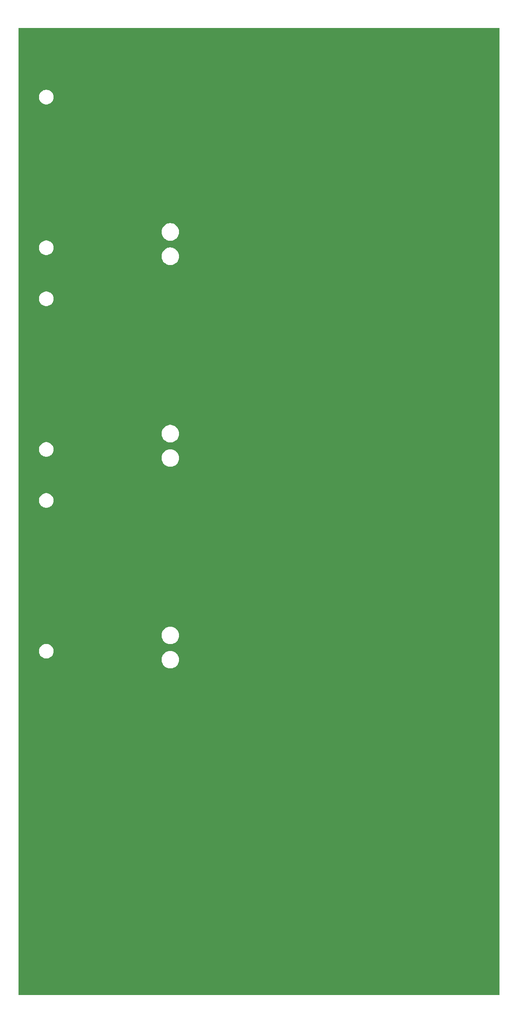
<source format=gtl>
%TF.GenerationSoftware,KiCad,Pcbnew,9.0.7*%
%TF.CreationDate,2026-02-21T19:30:22+01:00*%
%TF.ProjectId,DMH_VCLFO_PANEL,444d485f-5643-44c4-964f-5f50414e454c,rev?*%
%TF.SameCoordinates,Original*%
%TF.FileFunction,Copper,L1,Top*%
%TF.FilePolarity,Positive*%
%FSLAX46Y46*%
G04 Gerber Fmt 4.6, Leading zero omitted, Abs format (unit mm)*
G04 Created by KiCad (PCBNEW 9.0.7) date 2026-02-21 19:30:22*
%MOMM*%
%LPD*%
G01*
G04 APERTURE LIST*
%TA.AperFunction,ComponentPad*%
%ADD10C,0.500000*%
%TD*%
%TA.AperFunction,ConnectorPad*%
%ADD11C,12.000000*%
%TD*%
%TA.AperFunction,ComponentPad*%
%ADD12C,4.000000*%
%TD*%
%TA.AperFunction,ComponentPad*%
%ADD13C,2.900000*%
%TD*%
%TA.AperFunction,ComponentPad*%
%ADD14C,13.000000*%
%TD*%
%TA.AperFunction,ComponentPad*%
%ADD15O,2.500000X1.500000*%
%TD*%
G04 APERTURE END LIST*
D10*
%TO.P,H30,1,1*%
%TO.N,GND*%
X53050000Y-208750000D03*
X54710000Y-204720000D03*
X54720000Y-212790000D03*
X58750000Y-203050000D03*
D11*
X58750000Y-208750000D03*
D10*
X58750000Y-214450000D03*
X62780000Y-212790000D03*
X62790000Y-204720000D03*
X64450000Y-208750000D03*
%TD*%
D12*
%TO.P,H3,1,1*%
%TO.N,GND*%
X53500000Y-226500000D03*
%TD*%
D10*
%TO.P,H11,1,1*%
%TO.N,GND*%
X135550000Y-171750000D03*
X137210000Y-167720000D03*
X137220000Y-175790000D03*
X141250000Y-166050000D03*
D11*
X141250000Y-171750000D03*
D10*
X141250000Y-177450000D03*
X145280000Y-175790000D03*
X145290000Y-167720000D03*
X146950000Y-171750000D03*
%TD*%
%TO.P,H21,1,1*%
%TO.N,GND*%
X69550000Y-171750000D03*
X71210000Y-167720000D03*
X71220000Y-175790000D03*
X75250000Y-166050000D03*
D11*
X75250000Y-171750000D03*
D10*
X75250000Y-177450000D03*
X79280000Y-175790000D03*
X79290000Y-167720000D03*
X80950000Y-171750000D03*
%TD*%
D13*
%TO.P,H42,1,1*%
%TO.N,GND*%
X124750000Y-87150000D03*
D14*
X124750000Y-93250000D03*
%TD*%
D10*
%TO.P,H33,1,1*%
%TO.N,GND*%
X119050000Y-208750000D03*
X120710000Y-204720000D03*
X120720000Y-212790000D03*
X124750000Y-203050000D03*
D11*
X124750000Y-208750000D03*
D10*
X124750000Y-214450000D03*
X128780000Y-212790000D03*
X128790000Y-204720000D03*
X130450000Y-208750000D03*
%TD*%
D13*
%TO.P,H29,1,1*%
%TO.N,GND*%
X141250000Y-147150000D03*
D14*
X141250000Y-153250000D03*
%TD*%
D10*
%TO.P,H34,1,1*%
%TO.N,GND*%
X135550000Y-208750000D03*
X137210000Y-204720000D03*
X137220000Y-212790000D03*
X141250000Y-203050000D03*
D11*
X141250000Y-208750000D03*
D10*
X141250000Y-214450000D03*
X145280000Y-212790000D03*
X145290000Y-204720000D03*
X146950000Y-208750000D03*
%TD*%
D11*
%TO.P,H13,1,1*%
%TO.N,GND*%
X67000000Y-60750000D03*
D15*
X67000000Y-66750000D03*
%TD*%
D13*
%TO.P,H19,1,1*%
%TO.N,GND*%
X141250000Y-105650000D03*
D14*
X141250000Y-111750000D03*
%TD*%
D13*
%TO.P,H41,1,1*%
%TO.N,GND*%
X124750000Y-45650000D03*
D14*
X124750000Y-51750000D03*
%TD*%
D13*
%TO.P,H27,1,1*%
%TO.N,GND*%
X141250000Y-128650000D03*
D14*
X141250000Y-134750000D03*
%TD*%
D10*
%TO.P,H10,1,1*%
%TO.N,GND*%
X119050000Y-171750000D03*
X120710000Y-167720000D03*
X120720000Y-175790000D03*
X124750000Y-166050000D03*
D11*
X124750000Y-171750000D03*
D10*
X124750000Y-177450000D03*
X128780000Y-175790000D03*
X128790000Y-167720000D03*
X130450000Y-171750000D03*
%TD*%
D11*
%TO.P,H16,1,1*%
%TO.N,GND*%
X100000000Y-102250000D03*
D15*
X100000000Y-108250000D03*
%TD*%
D10*
%TO.P,H22,1,1*%
%TO.N,GND*%
X102550000Y-190250000D03*
X104210000Y-186220000D03*
X104220000Y-194290000D03*
X108250000Y-184550000D03*
D11*
X108250000Y-190250000D03*
D10*
X108250000Y-195950000D03*
X112280000Y-194290000D03*
X112290000Y-186220000D03*
X113950000Y-190250000D03*
%TD*%
%TO.P,H9,1,1*%
%TO.N,GND*%
X102550000Y-171750000D03*
X104210000Y-167720000D03*
X104220000Y-175790000D03*
X108250000Y-166050000D03*
D11*
X108250000Y-171750000D03*
D10*
X108250000Y-177450000D03*
X112280000Y-175790000D03*
X112290000Y-167720000D03*
X113950000Y-171750000D03*
%TD*%
D11*
%TO.P,H26,1,1*%
%TO.N,GND*%
X100000000Y-143750000D03*
D15*
X100000000Y-149750000D03*
%TD*%
D13*
%TO.P,H46,1,1*%
%TO.N,GND*%
X124750000Y-147150000D03*
D14*
X124750000Y-153250000D03*
%TD*%
D11*
%TO.P,H28,1,1*%
%TO.N,GND*%
X67000000Y-143750000D03*
D15*
X67000000Y-149750000D03*
%TD*%
D10*
%TO.P,H20,1,1*%
%TO.N,GND*%
X53050000Y-190250000D03*
X54710000Y-186220000D03*
X54720000Y-194290000D03*
X58750000Y-184550000D03*
D11*
X58750000Y-190250000D03*
D10*
X58750000Y-195950000D03*
X62780000Y-194290000D03*
X62790000Y-186220000D03*
X64450000Y-190250000D03*
%TD*%
D13*
%TO.P,H6,1,1*%
%TO.N,GND*%
X141250000Y-64150000D03*
D14*
X141250000Y-70250000D03*
%TD*%
D10*
%TO.P,H24,1,1*%
%TO.N,GND*%
X135550000Y-190250000D03*
X137210000Y-186220000D03*
X137220000Y-194290000D03*
X141250000Y-184550000D03*
D11*
X141250000Y-190250000D03*
D10*
X141250000Y-195950000D03*
X145280000Y-194290000D03*
X145290000Y-186220000D03*
X146950000Y-190250000D03*
%TD*%
D13*
%TO.P,H45,1,1*%
%TO.N,GND*%
X124750000Y-105650000D03*
D14*
X124750000Y-111750000D03*
%TD*%
D10*
%TO.P,H39,1,1*%
%TO.N,GND*%
X86050000Y-190250000D03*
X87710000Y-186220000D03*
X87720000Y-194290000D03*
X91750000Y-184550000D03*
D11*
X91750000Y-190250000D03*
D10*
X91750000Y-195950000D03*
X95780000Y-194290000D03*
X95790000Y-186220000D03*
X97450000Y-190250000D03*
%TD*%
%TO.P,H8,1,1*%
%TO.N,GND*%
X86050000Y-171750000D03*
X87710000Y-167720000D03*
X87720000Y-175790000D03*
X91750000Y-166050000D03*
D11*
X91750000Y-171750000D03*
D10*
X91750000Y-177450000D03*
X95780000Y-175790000D03*
X95790000Y-167720000D03*
X97450000Y-171750000D03*
%TD*%
%TO.P,H35,1,1*%
%TO.N,GND*%
X69550000Y-208750000D03*
X71210000Y-204720000D03*
X71220000Y-212790000D03*
X75250000Y-203050000D03*
D11*
X75250000Y-208750000D03*
D10*
X75250000Y-214450000D03*
X79280000Y-212790000D03*
X79290000Y-204720000D03*
X80950000Y-208750000D03*
%TD*%
%TO.P,H23,1,1*%
%TO.N,GND*%
X119050000Y-190250000D03*
X120710000Y-186220000D03*
X120720000Y-194290000D03*
X124750000Y-184550000D03*
D11*
X124750000Y-190250000D03*
D10*
X124750000Y-195950000D03*
X128780000Y-194290000D03*
X128790000Y-186220000D03*
X130450000Y-190250000D03*
%TD*%
%TO.P,H5,1,1*%
%TO.N,GND*%
X53050000Y-171750000D03*
X54710000Y-167720000D03*
X54720000Y-175790000D03*
X58750000Y-166050000D03*
D11*
X58750000Y-171750000D03*
D10*
X58750000Y-177450000D03*
X62780000Y-175790000D03*
X62790000Y-167720000D03*
X64450000Y-171750000D03*
%TD*%
D13*
%TO.P,H44,1,1*%
%TO.N,GND*%
X125000000Y-64150000D03*
D14*
X125000000Y-70250000D03*
%TD*%
D10*
%TO.P,H32,1,1*%
%TO.N,GND*%
X102550000Y-208750000D03*
X104210000Y-204720000D03*
X104220000Y-212790000D03*
X108250000Y-203050000D03*
D11*
X108250000Y-208750000D03*
D10*
X108250000Y-214450000D03*
X112280000Y-212790000D03*
X112290000Y-204720000D03*
X113950000Y-208750000D03*
%TD*%
D13*
%TO.P,H7,1,1*%
%TO.N,GND*%
X141250000Y-45650000D03*
D14*
X141250000Y-51750000D03*
%TD*%
D10*
%TO.P,H31,1,1*%
%TO.N,GND*%
X69550000Y-190250000D03*
X71210000Y-186220000D03*
X71220000Y-194290000D03*
X75250000Y-184550000D03*
D11*
X75250000Y-190250000D03*
D10*
X75250000Y-195950000D03*
X79280000Y-194290000D03*
X79290000Y-186220000D03*
X80950000Y-190250000D03*
%TD*%
D12*
%TO.P,H2,1,1*%
%TO.N,GND*%
X146500000Y-33500000D03*
%TD*%
%TO.P,H4,1,1*%
%TO.N,GND*%
X146500000Y-226500000D03*
%TD*%
D13*
%TO.P,H43,1,1*%
%TO.N,GND*%
X124750000Y-128650000D03*
D14*
X124750000Y-134750000D03*
%TD*%
D11*
%TO.P,H12,1,1*%
%TO.N,GND*%
X100000000Y-60750000D03*
D15*
X100000000Y-66750000D03*
%TD*%
D10*
%TO.P,H40,1,1*%
%TO.N,GND*%
X86050000Y-208750000D03*
X87710000Y-204720000D03*
X87720000Y-212790000D03*
X91750000Y-203050000D03*
D11*
X91750000Y-208750000D03*
D10*
X91750000Y-214450000D03*
X95780000Y-212790000D03*
X95790000Y-204720000D03*
X97450000Y-208750000D03*
%TD*%
D12*
%TO.P,H1,1,1*%
%TO.N,GND*%
X53500000Y-33500000D03*
%TD*%
D13*
%TO.P,H17,1,1*%
%TO.N,GND*%
X141250000Y-87150000D03*
D14*
X141250000Y-93250000D03*
%TD*%
D11*
%TO.P,H18,1,1*%
%TO.N,GND*%
X67000000Y-102250000D03*
D15*
X67000000Y-108250000D03*
%TD*%
%TA.AperFunction,Conductor*%
%TO.N,GND*%
G36*
X149442539Y-30520185D02*
G01*
X149488294Y-30572989D01*
X149499500Y-30624500D01*
X149499500Y-229375500D01*
X149479815Y-229442539D01*
X149427011Y-229488294D01*
X149375500Y-229499500D01*
X50624500Y-229499500D01*
X50557461Y-229479815D01*
X50511706Y-229427011D01*
X50500500Y-229375500D01*
X50500500Y-208537814D01*
X53349500Y-208537814D01*
X53349500Y-208558097D01*
X53349500Y-208962186D01*
X53382796Y-209385250D01*
X53449182Y-209804398D01*
X53548250Y-210217045D01*
X53548254Y-210217056D01*
X53679385Y-210620641D01*
X53746000Y-210781463D01*
X53841789Y-211012716D01*
X54034450Y-211390835D01*
X54034457Y-211390848D01*
X54034460Y-211390853D01*
X54057375Y-211428246D01*
X54256184Y-211752672D01*
X54256192Y-211752683D01*
X54256198Y-211752692D01*
X54505617Y-212095989D01*
X54505627Y-212096003D01*
X54628919Y-212240358D01*
X54781231Y-212418692D01*
X55081308Y-212718769D01*
X55081314Y-212718774D01*
X55403996Y-212994372D01*
X55404010Y-212994382D01*
X55611749Y-213145313D01*
X55747328Y-213243816D01*
X55875685Y-213322473D01*
X56109146Y-213465539D01*
X56109151Y-213465542D01*
X56109156Y-213465544D01*
X56109165Y-213465550D01*
X56487284Y-213658211D01*
X56879353Y-213820612D01*
X56879358Y-213820614D01*
X56981979Y-213853957D01*
X57282955Y-213951750D01*
X57695602Y-214050818D01*
X58114750Y-214117204D01*
X58537814Y-214150500D01*
X58537822Y-214150500D01*
X58962178Y-214150500D01*
X58962186Y-214150500D01*
X59385250Y-214117204D01*
X59804398Y-214050818D01*
X60217045Y-213951750D01*
X60620647Y-213820612D01*
X61012716Y-213658211D01*
X61390835Y-213465550D01*
X61752672Y-213243816D01*
X62095997Y-212994377D01*
X62418692Y-212718769D01*
X62718769Y-212418692D01*
X62994377Y-212095997D01*
X63243816Y-211752672D01*
X63465550Y-211390835D01*
X63658211Y-211012716D01*
X63820612Y-210620647D01*
X63951750Y-210217045D01*
X64050818Y-209804398D01*
X64117204Y-209385250D01*
X64150500Y-208962186D01*
X64150500Y-208537814D01*
X69849500Y-208537814D01*
X69849500Y-208558097D01*
X69849500Y-208962186D01*
X69882796Y-209385250D01*
X69949182Y-209804398D01*
X70048250Y-210217045D01*
X70048254Y-210217056D01*
X70179385Y-210620641D01*
X70246000Y-210781463D01*
X70341789Y-211012716D01*
X70534450Y-211390835D01*
X70534457Y-211390848D01*
X70534460Y-211390853D01*
X70557375Y-211428246D01*
X70756184Y-211752672D01*
X70756192Y-211752683D01*
X70756198Y-211752692D01*
X71005617Y-212095989D01*
X71005627Y-212096003D01*
X71128919Y-212240358D01*
X71281231Y-212418692D01*
X71581308Y-212718769D01*
X71581314Y-212718774D01*
X71903996Y-212994372D01*
X71904010Y-212994382D01*
X72111749Y-213145313D01*
X72247328Y-213243816D01*
X72375685Y-213322473D01*
X72609146Y-213465539D01*
X72609151Y-213465542D01*
X72609156Y-213465544D01*
X72609165Y-213465550D01*
X72987284Y-213658211D01*
X73379353Y-213820612D01*
X73379358Y-213820614D01*
X73481979Y-213853957D01*
X73782955Y-213951750D01*
X74195602Y-214050818D01*
X74614750Y-214117204D01*
X75037814Y-214150500D01*
X75037822Y-214150500D01*
X75462178Y-214150500D01*
X75462186Y-214150500D01*
X75885250Y-214117204D01*
X76304398Y-214050818D01*
X76717045Y-213951750D01*
X77120647Y-213820612D01*
X77512716Y-213658211D01*
X77890835Y-213465550D01*
X78252672Y-213243816D01*
X78595997Y-212994377D01*
X78918692Y-212718769D01*
X79218769Y-212418692D01*
X79494377Y-212095997D01*
X79743816Y-211752672D01*
X79965550Y-211390835D01*
X80158211Y-211012716D01*
X80320612Y-210620647D01*
X80451750Y-210217045D01*
X80550818Y-209804398D01*
X80617204Y-209385250D01*
X80650500Y-208962186D01*
X80650500Y-208537814D01*
X86349500Y-208537814D01*
X86349500Y-208558097D01*
X86349500Y-208962186D01*
X86382796Y-209385250D01*
X86449182Y-209804398D01*
X86548250Y-210217045D01*
X86548254Y-210217056D01*
X86679385Y-210620641D01*
X86746000Y-210781463D01*
X86841789Y-211012716D01*
X87034450Y-211390835D01*
X87034457Y-211390848D01*
X87034460Y-211390853D01*
X87057375Y-211428246D01*
X87256184Y-211752672D01*
X87256192Y-211752683D01*
X87256198Y-211752692D01*
X87505617Y-212095989D01*
X87505627Y-212096003D01*
X87628919Y-212240358D01*
X87781231Y-212418692D01*
X88081308Y-212718769D01*
X88081314Y-212718774D01*
X88403996Y-212994372D01*
X88404010Y-212994382D01*
X88611749Y-213145313D01*
X88747328Y-213243816D01*
X88875685Y-213322473D01*
X89109146Y-213465539D01*
X89109151Y-213465542D01*
X89109156Y-213465544D01*
X89109165Y-213465550D01*
X89487284Y-213658211D01*
X89879353Y-213820612D01*
X89879358Y-213820614D01*
X89981979Y-213853957D01*
X90282955Y-213951750D01*
X90695602Y-214050818D01*
X91114750Y-214117204D01*
X91537814Y-214150500D01*
X91537822Y-214150500D01*
X91962178Y-214150500D01*
X91962186Y-214150500D01*
X92385250Y-214117204D01*
X92804398Y-214050818D01*
X93217045Y-213951750D01*
X93620647Y-213820612D01*
X94012716Y-213658211D01*
X94390835Y-213465550D01*
X94752672Y-213243816D01*
X95095997Y-212994377D01*
X95418692Y-212718769D01*
X95718769Y-212418692D01*
X95994377Y-212095997D01*
X96243816Y-211752672D01*
X96465550Y-211390835D01*
X96658211Y-211012716D01*
X96820612Y-210620647D01*
X96951750Y-210217045D01*
X97050818Y-209804398D01*
X97117204Y-209385250D01*
X97150500Y-208962186D01*
X97150500Y-208537814D01*
X102849500Y-208537814D01*
X102849500Y-208558097D01*
X102849500Y-208962186D01*
X102882796Y-209385250D01*
X102949182Y-209804398D01*
X103048250Y-210217045D01*
X103048254Y-210217056D01*
X103179385Y-210620641D01*
X103246000Y-210781463D01*
X103341789Y-211012716D01*
X103534450Y-211390835D01*
X103534457Y-211390848D01*
X103534460Y-211390853D01*
X103557375Y-211428246D01*
X103756184Y-211752672D01*
X103756192Y-211752683D01*
X103756198Y-211752692D01*
X104005617Y-212095989D01*
X104005627Y-212096003D01*
X104128919Y-212240358D01*
X104281231Y-212418692D01*
X104581308Y-212718769D01*
X104581314Y-212718774D01*
X104903996Y-212994372D01*
X104904010Y-212994382D01*
X105111749Y-213145313D01*
X105247328Y-213243816D01*
X105375685Y-213322473D01*
X105609146Y-213465539D01*
X105609151Y-213465542D01*
X105609156Y-213465544D01*
X105609165Y-213465550D01*
X105987284Y-213658211D01*
X106379353Y-213820612D01*
X106379358Y-213820614D01*
X106481979Y-213853957D01*
X106782955Y-213951750D01*
X107195602Y-214050818D01*
X107614750Y-214117204D01*
X108037814Y-214150500D01*
X108037822Y-214150500D01*
X108462178Y-214150500D01*
X108462186Y-214150500D01*
X108885250Y-214117204D01*
X109304398Y-214050818D01*
X109717045Y-213951750D01*
X110120647Y-213820612D01*
X110512716Y-213658211D01*
X110890835Y-213465550D01*
X111252672Y-213243816D01*
X111595997Y-212994377D01*
X111918692Y-212718769D01*
X112218769Y-212418692D01*
X112494377Y-212095997D01*
X112743816Y-211752672D01*
X112965550Y-211390835D01*
X113158211Y-211012716D01*
X113320612Y-210620647D01*
X113451750Y-210217045D01*
X113550818Y-209804398D01*
X113617204Y-209385250D01*
X113650500Y-208962186D01*
X113650500Y-208537814D01*
X119349500Y-208537814D01*
X119349500Y-208558097D01*
X119349500Y-208962186D01*
X119382796Y-209385250D01*
X119449182Y-209804398D01*
X119548250Y-210217045D01*
X119548254Y-210217056D01*
X119679385Y-210620641D01*
X119746000Y-210781463D01*
X119841789Y-211012716D01*
X120034450Y-211390835D01*
X120034457Y-211390848D01*
X120034460Y-211390853D01*
X120057375Y-211428246D01*
X120256184Y-211752672D01*
X120256192Y-211752683D01*
X120256198Y-211752692D01*
X120505617Y-212095989D01*
X120505627Y-212096003D01*
X120628919Y-212240358D01*
X120781231Y-212418692D01*
X121081308Y-212718769D01*
X121081314Y-212718774D01*
X121403996Y-212994372D01*
X121404010Y-212994382D01*
X121611749Y-213145313D01*
X121747328Y-213243816D01*
X121875685Y-213322473D01*
X122109146Y-213465539D01*
X122109151Y-213465542D01*
X122109156Y-213465544D01*
X122109165Y-213465550D01*
X122487284Y-213658211D01*
X122879353Y-213820612D01*
X122879358Y-213820614D01*
X122981979Y-213853957D01*
X123282955Y-213951750D01*
X123695602Y-214050818D01*
X124114750Y-214117204D01*
X124537814Y-214150500D01*
X124537822Y-214150500D01*
X124962178Y-214150500D01*
X124962186Y-214150500D01*
X125385250Y-214117204D01*
X125804398Y-214050818D01*
X126217045Y-213951750D01*
X126620647Y-213820612D01*
X127012716Y-213658211D01*
X127390835Y-213465550D01*
X127752672Y-213243816D01*
X128095997Y-212994377D01*
X128418692Y-212718769D01*
X128718769Y-212418692D01*
X128994377Y-212095997D01*
X129243816Y-211752672D01*
X129465550Y-211390835D01*
X129658211Y-211012716D01*
X129820612Y-210620647D01*
X129951750Y-210217045D01*
X130050818Y-209804398D01*
X130117204Y-209385250D01*
X130150500Y-208962186D01*
X130150500Y-208537814D01*
X135849500Y-208537814D01*
X135849500Y-208558097D01*
X135849500Y-208962186D01*
X135882796Y-209385250D01*
X135949182Y-209804398D01*
X136048250Y-210217045D01*
X136048254Y-210217056D01*
X136179385Y-210620641D01*
X136246000Y-210781463D01*
X136341789Y-211012716D01*
X136534450Y-211390835D01*
X136534457Y-211390848D01*
X136534460Y-211390853D01*
X136557375Y-211428246D01*
X136756184Y-211752672D01*
X136756192Y-211752683D01*
X136756198Y-211752692D01*
X137005617Y-212095989D01*
X137005627Y-212096003D01*
X137128919Y-212240358D01*
X137281231Y-212418692D01*
X137581308Y-212718769D01*
X137581314Y-212718774D01*
X137903996Y-212994372D01*
X137904010Y-212994382D01*
X138111749Y-213145313D01*
X138247328Y-213243816D01*
X138375685Y-213322473D01*
X138609146Y-213465539D01*
X138609151Y-213465542D01*
X138609156Y-213465544D01*
X138609165Y-213465550D01*
X138987284Y-213658211D01*
X139379353Y-213820612D01*
X139379358Y-213820614D01*
X139481979Y-213853957D01*
X139782955Y-213951750D01*
X140195602Y-214050818D01*
X140614750Y-214117204D01*
X141037814Y-214150500D01*
X141037822Y-214150500D01*
X141462178Y-214150500D01*
X141462186Y-214150500D01*
X141885250Y-214117204D01*
X142304398Y-214050818D01*
X142717045Y-213951750D01*
X143120647Y-213820612D01*
X143512716Y-213658211D01*
X143890835Y-213465550D01*
X144252672Y-213243816D01*
X144595997Y-212994377D01*
X144918692Y-212718769D01*
X145218769Y-212418692D01*
X145494377Y-212095997D01*
X145743816Y-211752672D01*
X145965550Y-211390835D01*
X146158211Y-211012716D01*
X146320612Y-210620647D01*
X146451750Y-210217045D01*
X146550818Y-209804398D01*
X146617204Y-209385250D01*
X146650500Y-208962186D01*
X146650500Y-208537814D01*
X146617204Y-208114750D01*
X146550818Y-207695602D01*
X146451750Y-207282955D01*
X146320612Y-206879353D01*
X146158211Y-206487284D01*
X145965550Y-206109165D01*
X145965544Y-206109156D01*
X145965542Y-206109151D01*
X145965539Y-206109146D01*
X145743823Y-205747340D01*
X145743816Y-205747328D01*
X145494377Y-205404003D01*
X145494372Y-205403996D01*
X145218774Y-205081314D01*
X145218769Y-205081308D01*
X144918692Y-204781231D01*
X144918685Y-204781225D01*
X144596003Y-204505627D01*
X144595989Y-204505617D01*
X144252692Y-204256198D01*
X144252683Y-204256192D01*
X144252672Y-204256184D01*
X144252659Y-204256176D01*
X143890853Y-204034460D01*
X143890848Y-204034457D01*
X143890838Y-204034452D01*
X143890835Y-204034450D01*
X143512716Y-203841789D01*
X143512702Y-203841783D01*
X143120641Y-203679385D01*
X142833478Y-203586081D01*
X142717045Y-203548250D01*
X142304398Y-203449182D01*
X141885250Y-203382796D01*
X141462191Y-203349500D01*
X141462186Y-203349500D01*
X141037814Y-203349500D01*
X141037808Y-203349500D01*
X140614749Y-203382796D01*
X140614748Y-203382796D01*
X140195607Y-203449181D01*
X140195604Y-203449181D01*
X140195602Y-203449182D01*
X140047817Y-203484661D01*
X139782966Y-203548247D01*
X139782960Y-203548248D01*
X139782955Y-203548250D01*
X139782943Y-203548254D01*
X139379358Y-203679385D01*
X138987297Y-203841783D01*
X138987284Y-203841789D01*
X138609151Y-204034457D01*
X138609146Y-204034460D01*
X138247340Y-204256176D01*
X138247307Y-204256198D01*
X137904010Y-204505617D01*
X137903996Y-204505627D01*
X137581314Y-204781225D01*
X137581300Y-204781238D01*
X137281238Y-205081300D01*
X137281225Y-205081314D01*
X137005627Y-205403996D01*
X137005617Y-205404010D01*
X136756198Y-205747307D01*
X136756176Y-205747340D01*
X136534460Y-206109146D01*
X136534457Y-206109151D01*
X136341789Y-206487284D01*
X136341783Y-206487297D01*
X136179385Y-206879358D01*
X136048254Y-207282943D01*
X136048247Y-207282966D01*
X135949181Y-207695607D01*
X135933000Y-207797774D01*
X135882796Y-208114750D01*
X135849500Y-208537814D01*
X130150500Y-208537814D01*
X130117204Y-208114750D01*
X130050818Y-207695602D01*
X129951750Y-207282955D01*
X129820612Y-206879353D01*
X129658211Y-206487284D01*
X129465550Y-206109165D01*
X129465544Y-206109156D01*
X129465542Y-206109151D01*
X129465539Y-206109146D01*
X129243823Y-205747340D01*
X129243816Y-205747328D01*
X128994377Y-205404003D01*
X128994372Y-205403996D01*
X128718774Y-205081314D01*
X128718769Y-205081308D01*
X128418692Y-204781231D01*
X128418685Y-204781225D01*
X128096003Y-204505627D01*
X128095989Y-204505617D01*
X127752692Y-204256198D01*
X127752683Y-204256192D01*
X127752672Y-204256184D01*
X127752659Y-204256176D01*
X127390853Y-204034460D01*
X127390848Y-204034457D01*
X127390838Y-204034452D01*
X127390835Y-204034450D01*
X127012716Y-203841789D01*
X127012702Y-203841783D01*
X126620641Y-203679385D01*
X126333478Y-203586081D01*
X126217045Y-203548250D01*
X125804398Y-203449182D01*
X125385250Y-203382796D01*
X124962191Y-203349500D01*
X124962186Y-203349500D01*
X124537814Y-203349500D01*
X124537808Y-203349500D01*
X124114749Y-203382796D01*
X124114748Y-203382796D01*
X123695607Y-203449181D01*
X123695604Y-203449181D01*
X123695602Y-203449182D01*
X123547817Y-203484661D01*
X123282966Y-203548247D01*
X123282960Y-203548248D01*
X123282955Y-203548250D01*
X123282943Y-203548254D01*
X122879358Y-203679385D01*
X122487297Y-203841783D01*
X122487284Y-203841789D01*
X122109151Y-204034457D01*
X122109146Y-204034460D01*
X121747340Y-204256176D01*
X121747307Y-204256198D01*
X121404010Y-204505617D01*
X121403996Y-204505627D01*
X121081314Y-204781225D01*
X121081300Y-204781238D01*
X120781238Y-205081300D01*
X120781225Y-205081314D01*
X120505627Y-205403996D01*
X120505617Y-205404010D01*
X120256198Y-205747307D01*
X120256176Y-205747340D01*
X120034460Y-206109146D01*
X120034457Y-206109151D01*
X119841789Y-206487284D01*
X119841783Y-206487297D01*
X119679385Y-206879358D01*
X119548254Y-207282943D01*
X119548247Y-207282966D01*
X119449181Y-207695607D01*
X119433000Y-207797774D01*
X119382796Y-208114750D01*
X119349500Y-208537814D01*
X113650500Y-208537814D01*
X113617204Y-208114750D01*
X113550818Y-207695602D01*
X113451750Y-207282955D01*
X113320612Y-206879353D01*
X113158211Y-206487284D01*
X112965550Y-206109165D01*
X112965544Y-206109156D01*
X112965542Y-206109151D01*
X112965539Y-206109146D01*
X112743823Y-205747340D01*
X112743816Y-205747328D01*
X112494377Y-205404003D01*
X112494372Y-205403996D01*
X112218774Y-205081314D01*
X112218769Y-205081308D01*
X111918692Y-204781231D01*
X111918685Y-204781225D01*
X111596003Y-204505627D01*
X111595989Y-204505617D01*
X111252692Y-204256198D01*
X111252683Y-204256192D01*
X111252672Y-204256184D01*
X111252659Y-204256176D01*
X110890853Y-204034460D01*
X110890848Y-204034457D01*
X110890838Y-204034452D01*
X110890835Y-204034450D01*
X110512716Y-203841789D01*
X110512702Y-203841783D01*
X110120641Y-203679385D01*
X109833478Y-203586081D01*
X109717045Y-203548250D01*
X109304398Y-203449182D01*
X108885250Y-203382796D01*
X108462191Y-203349500D01*
X108462186Y-203349500D01*
X108037814Y-203349500D01*
X108037808Y-203349500D01*
X107614749Y-203382796D01*
X107614748Y-203382796D01*
X107195607Y-203449181D01*
X107195604Y-203449181D01*
X107195602Y-203449182D01*
X107047817Y-203484661D01*
X106782966Y-203548247D01*
X106782960Y-203548248D01*
X106782955Y-203548250D01*
X106782943Y-203548254D01*
X106379358Y-203679385D01*
X105987297Y-203841783D01*
X105987284Y-203841789D01*
X105609151Y-204034457D01*
X105609146Y-204034460D01*
X105247340Y-204256176D01*
X105247307Y-204256198D01*
X104904010Y-204505617D01*
X104903996Y-204505627D01*
X104581314Y-204781225D01*
X104581300Y-204781238D01*
X104281238Y-205081300D01*
X104281225Y-205081314D01*
X104005627Y-205403996D01*
X104005617Y-205404010D01*
X103756198Y-205747307D01*
X103756176Y-205747340D01*
X103534460Y-206109146D01*
X103534457Y-206109151D01*
X103341789Y-206487284D01*
X103341783Y-206487297D01*
X103179385Y-206879358D01*
X103048254Y-207282943D01*
X103048247Y-207282966D01*
X102949181Y-207695607D01*
X102933000Y-207797774D01*
X102882796Y-208114750D01*
X102849500Y-208537814D01*
X97150500Y-208537814D01*
X97117204Y-208114750D01*
X97050818Y-207695602D01*
X96951750Y-207282955D01*
X96820612Y-206879353D01*
X96658211Y-206487284D01*
X96465550Y-206109165D01*
X96465544Y-206109156D01*
X96465542Y-206109151D01*
X96465539Y-206109146D01*
X96243823Y-205747340D01*
X96243816Y-205747328D01*
X95994377Y-205404003D01*
X95994372Y-205403996D01*
X95718774Y-205081314D01*
X95718769Y-205081308D01*
X95418692Y-204781231D01*
X95418685Y-204781225D01*
X95096003Y-204505627D01*
X95095989Y-204505617D01*
X94752692Y-204256198D01*
X94752683Y-204256192D01*
X94752672Y-204256184D01*
X94752659Y-204256176D01*
X94390853Y-204034460D01*
X94390848Y-204034457D01*
X94390838Y-204034452D01*
X94390835Y-204034450D01*
X94012716Y-203841789D01*
X94012702Y-203841783D01*
X93620641Y-203679385D01*
X93333478Y-203586081D01*
X93217045Y-203548250D01*
X92804398Y-203449182D01*
X92385250Y-203382796D01*
X91962191Y-203349500D01*
X91962186Y-203349500D01*
X91537814Y-203349500D01*
X91537808Y-203349500D01*
X91114749Y-203382796D01*
X91114748Y-203382796D01*
X90695607Y-203449181D01*
X90695604Y-203449181D01*
X90695602Y-203449182D01*
X90547817Y-203484661D01*
X90282966Y-203548247D01*
X90282960Y-203548248D01*
X90282955Y-203548250D01*
X90282943Y-203548254D01*
X89879358Y-203679385D01*
X89487297Y-203841783D01*
X89487284Y-203841789D01*
X89109151Y-204034457D01*
X89109146Y-204034460D01*
X88747340Y-204256176D01*
X88747307Y-204256198D01*
X88404010Y-204505617D01*
X88403996Y-204505627D01*
X88081314Y-204781225D01*
X88081300Y-204781238D01*
X87781238Y-205081300D01*
X87781225Y-205081314D01*
X87505627Y-205403996D01*
X87505617Y-205404010D01*
X87256198Y-205747307D01*
X87256176Y-205747340D01*
X87034460Y-206109146D01*
X87034457Y-206109151D01*
X86841789Y-206487284D01*
X86841783Y-206487297D01*
X86679385Y-206879358D01*
X86548254Y-207282943D01*
X86548247Y-207282966D01*
X86449181Y-207695607D01*
X86433000Y-207797774D01*
X86382796Y-208114750D01*
X86349500Y-208537814D01*
X80650500Y-208537814D01*
X80617204Y-208114750D01*
X80550818Y-207695602D01*
X80451750Y-207282955D01*
X80320612Y-206879353D01*
X80158211Y-206487284D01*
X79965550Y-206109165D01*
X79965544Y-206109156D01*
X79965542Y-206109151D01*
X79965539Y-206109146D01*
X79743823Y-205747340D01*
X79743816Y-205747328D01*
X79494377Y-205404003D01*
X79494372Y-205403996D01*
X79218774Y-205081314D01*
X79218769Y-205081308D01*
X78918692Y-204781231D01*
X78918685Y-204781225D01*
X78596003Y-204505627D01*
X78595989Y-204505617D01*
X78252692Y-204256198D01*
X78252683Y-204256192D01*
X78252672Y-204256184D01*
X78252659Y-204256176D01*
X77890853Y-204034460D01*
X77890848Y-204034457D01*
X77890838Y-204034452D01*
X77890835Y-204034450D01*
X77512716Y-203841789D01*
X77512702Y-203841783D01*
X77120641Y-203679385D01*
X76833478Y-203586081D01*
X76717045Y-203548250D01*
X76304398Y-203449182D01*
X75885250Y-203382796D01*
X75462191Y-203349500D01*
X75462186Y-203349500D01*
X75037814Y-203349500D01*
X75037808Y-203349500D01*
X74614749Y-203382796D01*
X74614748Y-203382796D01*
X74195607Y-203449181D01*
X74195604Y-203449181D01*
X74195602Y-203449182D01*
X74047817Y-203484661D01*
X73782966Y-203548247D01*
X73782960Y-203548248D01*
X73782955Y-203548250D01*
X73782943Y-203548254D01*
X73379358Y-203679385D01*
X72987297Y-203841783D01*
X72987284Y-203841789D01*
X72609151Y-204034457D01*
X72609146Y-204034460D01*
X72247340Y-204256176D01*
X72247307Y-204256198D01*
X71904010Y-204505617D01*
X71903996Y-204505627D01*
X71581314Y-204781225D01*
X71581300Y-204781238D01*
X71281238Y-205081300D01*
X71281225Y-205081314D01*
X71005627Y-205403996D01*
X71005617Y-205404010D01*
X70756198Y-205747307D01*
X70756176Y-205747340D01*
X70534460Y-206109146D01*
X70534457Y-206109151D01*
X70341789Y-206487284D01*
X70341783Y-206487297D01*
X70179385Y-206879358D01*
X70048254Y-207282943D01*
X70048247Y-207282966D01*
X69949181Y-207695607D01*
X69933000Y-207797774D01*
X69882796Y-208114750D01*
X69849500Y-208537814D01*
X64150500Y-208537814D01*
X64117204Y-208114750D01*
X64050818Y-207695602D01*
X63951750Y-207282955D01*
X63820612Y-206879353D01*
X63658211Y-206487284D01*
X63465550Y-206109165D01*
X63465544Y-206109156D01*
X63465542Y-206109151D01*
X63465539Y-206109146D01*
X63243823Y-205747340D01*
X63243816Y-205747328D01*
X62994377Y-205404003D01*
X62994372Y-205403996D01*
X62718774Y-205081314D01*
X62718769Y-205081308D01*
X62418692Y-204781231D01*
X62418685Y-204781225D01*
X62096003Y-204505627D01*
X62095989Y-204505617D01*
X61752692Y-204256198D01*
X61752683Y-204256192D01*
X61752672Y-204256184D01*
X61752659Y-204256176D01*
X61390853Y-204034460D01*
X61390848Y-204034457D01*
X61390838Y-204034452D01*
X61390835Y-204034450D01*
X61012716Y-203841789D01*
X61012702Y-203841783D01*
X60620641Y-203679385D01*
X60333478Y-203586081D01*
X60217045Y-203548250D01*
X59804398Y-203449182D01*
X59385250Y-203382796D01*
X58962191Y-203349500D01*
X58962186Y-203349500D01*
X58537814Y-203349500D01*
X58537808Y-203349500D01*
X58114749Y-203382796D01*
X58114748Y-203382796D01*
X57695607Y-203449181D01*
X57695604Y-203449181D01*
X57695602Y-203449182D01*
X57547817Y-203484661D01*
X57282966Y-203548247D01*
X57282960Y-203548248D01*
X57282955Y-203548250D01*
X57282943Y-203548254D01*
X56879358Y-203679385D01*
X56487297Y-203841783D01*
X56487284Y-203841789D01*
X56109151Y-204034457D01*
X56109146Y-204034460D01*
X55747340Y-204256176D01*
X55747307Y-204256198D01*
X55404010Y-204505617D01*
X55403996Y-204505627D01*
X55081314Y-204781225D01*
X55081300Y-204781238D01*
X54781238Y-205081300D01*
X54781225Y-205081314D01*
X54505627Y-205403996D01*
X54505617Y-205404010D01*
X54256198Y-205747307D01*
X54256176Y-205747340D01*
X54034460Y-206109146D01*
X54034457Y-206109151D01*
X53841789Y-206487284D01*
X53841783Y-206487297D01*
X53679385Y-206879358D01*
X53548254Y-207282943D01*
X53548247Y-207282966D01*
X53449181Y-207695607D01*
X53433000Y-207797774D01*
X53382796Y-208114750D01*
X53349500Y-208537814D01*
X50500500Y-208537814D01*
X50500500Y-190037814D01*
X53349500Y-190037814D01*
X53349500Y-190058097D01*
X53349500Y-190462186D01*
X53382796Y-190885250D01*
X53449182Y-191304398D01*
X53548250Y-191717045D01*
X53548254Y-191717056D01*
X53679385Y-192120641D01*
X53746000Y-192281463D01*
X53841789Y-192512716D01*
X54034450Y-192890835D01*
X54034457Y-192890848D01*
X54034460Y-192890853D01*
X54057375Y-192928246D01*
X54256184Y-193252672D01*
X54256192Y-193252683D01*
X54256198Y-193252692D01*
X54505617Y-193595989D01*
X54505627Y-193596003D01*
X54628919Y-193740358D01*
X54781231Y-193918692D01*
X55081308Y-194218769D01*
X55081314Y-194218774D01*
X55403996Y-194494372D01*
X55404010Y-194494382D01*
X55611749Y-194645313D01*
X55747328Y-194743816D01*
X55875685Y-194822473D01*
X56109146Y-194965539D01*
X56109151Y-194965542D01*
X56109156Y-194965544D01*
X56109165Y-194965550D01*
X56487284Y-195158211D01*
X56879353Y-195320612D01*
X56879358Y-195320614D01*
X56981979Y-195353957D01*
X57282955Y-195451750D01*
X57695602Y-195550818D01*
X58114750Y-195617204D01*
X58537814Y-195650500D01*
X58537822Y-195650500D01*
X58962178Y-195650500D01*
X58962186Y-195650500D01*
X59385250Y-195617204D01*
X59804398Y-195550818D01*
X60217045Y-195451750D01*
X60620647Y-195320612D01*
X61012716Y-195158211D01*
X61390835Y-194965550D01*
X61752672Y-194743816D01*
X62095997Y-194494377D01*
X62418692Y-194218769D01*
X62718769Y-193918692D01*
X62994377Y-193595997D01*
X63243816Y-193252672D01*
X63465550Y-192890835D01*
X63658211Y-192512716D01*
X63820612Y-192120647D01*
X63951750Y-191717045D01*
X64050818Y-191304398D01*
X64117204Y-190885250D01*
X64150500Y-190462186D01*
X64150500Y-190037814D01*
X69849500Y-190037814D01*
X69849500Y-190058097D01*
X69849500Y-190462186D01*
X69882796Y-190885250D01*
X69949182Y-191304398D01*
X70048250Y-191717045D01*
X70048254Y-191717056D01*
X70179385Y-192120641D01*
X70246000Y-192281463D01*
X70341789Y-192512716D01*
X70534450Y-192890835D01*
X70534457Y-192890848D01*
X70534460Y-192890853D01*
X70557375Y-192928246D01*
X70756184Y-193252672D01*
X70756192Y-193252683D01*
X70756198Y-193252692D01*
X71005617Y-193595989D01*
X71005627Y-193596003D01*
X71128919Y-193740358D01*
X71281231Y-193918692D01*
X71581308Y-194218769D01*
X71581314Y-194218774D01*
X71903996Y-194494372D01*
X71904010Y-194494382D01*
X72111749Y-194645313D01*
X72247328Y-194743816D01*
X72375685Y-194822473D01*
X72609146Y-194965539D01*
X72609151Y-194965542D01*
X72609156Y-194965544D01*
X72609165Y-194965550D01*
X72987284Y-195158211D01*
X73379353Y-195320612D01*
X73379358Y-195320614D01*
X73481979Y-195353957D01*
X73782955Y-195451750D01*
X74195602Y-195550818D01*
X74614750Y-195617204D01*
X75037814Y-195650500D01*
X75037822Y-195650500D01*
X75462178Y-195650500D01*
X75462186Y-195650500D01*
X75885250Y-195617204D01*
X76304398Y-195550818D01*
X76717045Y-195451750D01*
X77120647Y-195320612D01*
X77512716Y-195158211D01*
X77890835Y-194965550D01*
X78252672Y-194743816D01*
X78595997Y-194494377D01*
X78918692Y-194218769D01*
X79218769Y-193918692D01*
X79494377Y-193595997D01*
X79743816Y-193252672D01*
X79965550Y-192890835D01*
X80158211Y-192512716D01*
X80320612Y-192120647D01*
X80451750Y-191717045D01*
X80550818Y-191304398D01*
X80617204Y-190885250D01*
X80650500Y-190462186D01*
X80650500Y-190037814D01*
X86349500Y-190037814D01*
X86349500Y-190058097D01*
X86349500Y-190462186D01*
X86382796Y-190885250D01*
X86449182Y-191304398D01*
X86548250Y-191717045D01*
X86548254Y-191717056D01*
X86679385Y-192120641D01*
X86746000Y-192281463D01*
X86841789Y-192512716D01*
X87034450Y-192890835D01*
X87034457Y-192890848D01*
X87034460Y-192890853D01*
X87057375Y-192928246D01*
X87256184Y-193252672D01*
X87256192Y-193252683D01*
X87256198Y-193252692D01*
X87505617Y-193595989D01*
X87505627Y-193596003D01*
X87628919Y-193740358D01*
X87781231Y-193918692D01*
X88081308Y-194218769D01*
X88081314Y-194218774D01*
X88403996Y-194494372D01*
X88404010Y-194494382D01*
X88611749Y-194645313D01*
X88747328Y-194743816D01*
X88875685Y-194822473D01*
X89109146Y-194965539D01*
X89109151Y-194965542D01*
X89109156Y-194965544D01*
X89109165Y-194965550D01*
X89487284Y-195158211D01*
X89879353Y-195320612D01*
X89879358Y-195320614D01*
X89981979Y-195353957D01*
X90282955Y-195451750D01*
X90695602Y-195550818D01*
X91114750Y-195617204D01*
X91537814Y-195650500D01*
X91537822Y-195650500D01*
X91962178Y-195650500D01*
X91962186Y-195650500D01*
X92385250Y-195617204D01*
X92804398Y-195550818D01*
X93217045Y-195451750D01*
X93620647Y-195320612D01*
X94012716Y-195158211D01*
X94390835Y-194965550D01*
X94752672Y-194743816D01*
X95095997Y-194494377D01*
X95418692Y-194218769D01*
X95718769Y-193918692D01*
X95994377Y-193595997D01*
X96243816Y-193252672D01*
X96465550Y-192890835D01*
X96658211Y-192512716D01*
X96820612Y-192120647D01*
X96951750Y-191717045D01*
X97050818Y-191304398D01*
X97117204Y-190885250D01*
X97150500Y-190462186D01*
X97150500Y-190037814D01*
X102849500Y-190037814D01*
X102849500Y-190058097D01*
X102849500Y-190462186D01*
X102882796Y-190885250D01*
X102949182Y-191304398D01*
X103048250Y-191717045D01*
X103048254Y-191717056D01*
X103179385Y-192120641D01*
X103246000Y-192281463D01*
X103341789Y-192512716D01*
X103534450Y-192890835D01*
X103534457Y-192890848D01*
X103534460Y-192890853D01*
X103557375Y-192928246D01*
X103756184Y-193252672D01*
X103756192Y-193252683D01*
X103756198Y-193252692D01*
X104005617Y-193595989D01*
X104005627Y-193596003D01*
X104128919Y-193740358D01*
X104281231Y-193918692D01*
X104581308Y-194218769D01*
X104581314Y-194218774D01*
X104903996Y-194494372D01*
X104904010Y-194494382D01*
X105111749Y-194645313D01*
X105247328Y-194743816D01*
X105375685Y-194822473D01*
X105609146Y-194965539D01*
X105609151Y-194965542D01*
X105609156Y-194965544D01*
X105609165Y-194965550D01*
X105987284Y-195158211D01*
X106379353Y-195320612D01*
X106379358Y-195320614D01*
X106481979Y-195353957D01*
X106782955Y-195451750D01*
X107195602Y-195550818D01*
X107614750Y-195617204D01*
X108037814Y-195650500D01*
X108037822Y-195650500D01*
X108462178Y-195650500D01*
X108462186Y-195650500D01*
X108885250Y-195617204D01*
X109304398Y-195550818D01*
X109717045Y-195451750D01*
X110120647Y-195320612D01*
X110512716Y-195158211D01*
X110890835Y-194965550D01*
X111252672Y-194743816D01*
X111595997Y-194494377D01*
X111918692Y-194218769D01*
X112218769Y-193918692D01*
X112494377Y-193595997D01*
X112743816Y-193252672D01*
X112965550Y-192890835D01*
X113158211Y-192512716D01*
X113320612Y-192120647D01*
X113451750Y-191717045D01*
X113550818Y-191304398D01*
X113617204Y-190885250D01*
X113650500Y-190462186D01*
X113650500Y-190037814D01*
X119349500Y-190037814D01*
X119349500Y-190058097D01*
X119349500Y-190462186D01*
X119382796Y-190885250D01*
X119449182Y-191304398D01*
X119548250Y-191717045D01*
X119548254Y-191717056D01*
X119679385Y-192120641D01*
X119746000Y-192281463D01*
X119841789Y-192512716D01*
X120034450Y-192890835D01*
X120034457Y-192890848D01*
X120034460Y-192890853D01*
X120057375Y-192928246D01*
X120256184Y-193252672D01*
X120256192Y-193252683D01*
X120256198Y-193252692D01*
X120505617Y-193595989D01*
X120505627Y-193596003D01*
X120628919Y-193740358D01*
X120781231Y-193918692D01*
X121081308Y-194218769D01*
X121081314Y-194218774D01*
X121403996Y-194494372D01*
X121404010Y-194494382D01*
X121611749Y-194645313D01*
X121747328Y-194743816D01*
X121875685Y-194822473D01*
X122109146Y-194965539D01*
X122109151Y-194965542D01*
X122109156Y-194965544D01*
X122109165Y-194965550D01*
X122487284Y-195158211D01*
X122879353Y-195320612D01*
X122879358Y-195320614D01*
X122981979Y-195353957D01*
X123282955Y-195451750D01*
X123695602Y-195550818D01*
X124114750Y-195617204D01*
X124537814Y-195650500D01*
X124537822Y-195650500D01*
X124962178Y-195650500D01*
X124962186Y-195650500D01*
X125385250Y-195617204D01*
X125804398Y-195550818D01*
X126217045Y-195451750D01*
X126620647Y-195320612D01*
X127012716Y-195158211D01*
X127390835Y-194965550D01*
X127752672Y-194743816D01*
X128095997Y-194494377D01*
X128418692Y-194218769D01*
X128718769Y-193918692D01*
X128994377Y-193595997D01*
X129243816Y-193252672D01*
X129465550Y-192890835D01*
X129658211Y-192512716D01*
X129820612Y-192120647D01*
X129951750Y-191717045D01*
X130050818Y-191304398D01*
X130117204Y-190885250D01*
X130150500Y-190462186D01*
X130150500Y-190037814D01*
X135849500Y-190037814D01*
X135849500Y-190058097D01*
X135849500Y-190462186D01*
X135882796Y-190885250D01*
X135949182Y-191304398D01*
X136048250Y-191717045D01*
X136048254Y-191717056D01*
X136179385Y-192120641D01*
X136246000Y-192281463D01*
X136341789Y-192512716D01*
X136534450Y-192890835D01*
X136534457Y-192890848D01*
X136534460Y-192890853D01*
X136557375Y-192928246D01*
X136756184Y-193252672D01*
X136756192Y-193252683D01*
X136756198Y-193252692D01*
X137005617Y-193595989D01*
X137005627Y-193596003D01*
X137128919Y-193740358D01*
X137281231Y-193918692D01*
X137581308Y-194218769D01*
X137581314Y-194218774D01*
X137903996Y-194494372D01*
X137904010Y-194494382D01*
X138111749Y-194645313D01*
X138247328Y-194743816D01*
X138375685Y-194822473D01*
X138609146Y-194965539D01*
X138609151Y-194965542D01*
X138609156Y-194965544D01*
X138609165Y-194965550D01*
X138987284Y-195158211D01*
X139379353Y-195320612D01*
X139379358Y-195320614D01*
X139481979Y-195353957D01*
X139782955Y-195451750D01*
X140195602Y-195550818D01*
X140614750Y-195617204D01*
X141037814Y-195650500D01*
X141037822Y-195650500D01*
X141462178Y-195650500D01*
X141462186Y-195650500D01*
X141885250Y-195617204D01*
X142304398Y-195550818D01*
X142717045Y-195451750D01*
X143120647Y-195320612D01*
X143512716Y-195158211D01*
X143890835Y-194965550D01*
X144252672Y-194743816D01*
X144595997Y-194494377D01*
X144918692Y-194218769D01*
X145218769Y-193918692D01*
X145494377Y-193595997D01*
X145743816Y-193252672D01*
X145965550Y-192890835D01*
X146158211Y-192512716D01*
X146320612Y-192120647D01*
X146451750Y-191717045D01*
X146550818Y-191304398D01*
X146617204Y-190885250D01*
X146650500Y-190462186D01*
X146650500Y-190037814D01*
X146617204Y-189614750D01*
X146550818Y-189195602D01*
X146451750Y-188782955D01*
X146320612Y-188379353D01*
X146158211Y-187987284D01*
X145965550Y-187609165D01*
X145965544Y-187609156D01*
X145965542Y-187609151D01*
X145965539Y-187609146D01*
X145743823Y-187247340D01*
X145743816Y-187247328D01*
X145494377Y-186904003D01*
X145494372Y-186903996D01*
X145218774Y-186581314D01*
X145218769Y-186581308D01*
X144918692Y-186281231D01*
X144918685Y-186281225D01*
X144596003Y-186005627D01*
X144595989Y-186005617D01*
X144252692Y-185756198D01*
X144252683Y-185756192D01*
X144252672Y-185756184D01*
X144252659Y-185756176D01*
X143890853Y-185534460D01*
X143890848Y-185534457D01*
X143890838Y-185534452D01*
X143890835Y-185534450D01*
X143512716Y-185341789D01*
X143512702Y-185341783D01*
X143120641Y-185179385D01*
X142833478Y-185086081D01*
X142717045Y-185048250D01*
X142304398Y-184949182D01*
X141885250Y-184882796D01*
X141462191Y-184849500D01*
X141462186Y-184849500D01*
X141037814Y-184849500D01*
X141037808Y-184849500D01*
X140614749Y-184882796D01*
X140614748Y-184882796D01*
X140195607Y-184949181D01*
X140195604Y-184949181D01*
X140195602Y-184949182D01*
X140047817Y-184984661D01*
X139782966Y-185048247D01*
X139782960Y-185048248D01*
X139782955Y-185048250D01*
X139782943Y-185048254D01*
X139379358Y-185179385D01*
X138987297Y-185341783D01*
X138987284Y-185341789D01*
X138609151Y-185534457D01*
X138609146Y-185534460D01*
X138247340Y-185756176D01*
X138247307Y-185756198D01*
X137904010Y-186005617D01*
X137903996Y-186005627D01*
X137581314Y-186281225D01*
X137581300Y-186281238D01*
X137281238Y-186581300D01*
X137281225Y-186581314D01*
X137005627Y-186903996D01*
X137005617Y-186904010D01*
X136756198Y-187247307D01*
X136756176Y-187247340D01*
X136534460Y-187609146D01*
X136534457Y-187609151D01*
X136341789Y-187987284D01*
X136341783Y-187987297D01*
X136179385Y-188379358D01*
X136048254Y-188782943D01*
X136048247Y-188782966D01*
X135949181Y-189195607D01*
X135933000Y-189297774D01*
X135882796Y-189614750D01*
X135849500Y-190037814D01*
X130150500Y-190037814D01*
X130117204Y-189614750D01*
X130050818Y-189195602D01*
X129951750Y-188782955D01*
X129820612Y-188379353D01*
X129658211Y-187987284D01*
X129465550Y-187609165D01*
X129465544Y-187609156D01*
X129465542Y-187609151D01*
X129465539Y-187609146D01*
X129243823Y-187247340D01*
X129243816Y-187247328D01*
X128994377Y-186904003D01*
X128994372Y-186903996D01*
X128718774Y-186581314D01*
X128718769Y-186581308D01*
X128418692Y-186281231D01*
X128418685Y-186281225D01*
X128096003Y-186005627D01*
X128095989Y-186005617D01*
X127752692Y-185756198D01*
X127752683Y-185756192D01*
X127752672Y-185756184D01*
X127752659Y-185756176D01*
X127390853Y-185534460D01*
X127390848Y-185534457D01*
X127390838Y-185534452D01*
X127390835Y-185534450D01*
X127012716Y-185341789D01*
X127012702Y-185341783D01*
X126620641Y-185179385D01*
X126333478Y-185086081D01*
X126217045Y-185048250D01*
X125804398Y-184949182D01*
X125385250Y-184882796D01*
X124962191Y-184849500D01*
X124962186Y-184849500D01*
X124537814Y-184849500D01*
X124537808Y-184849500D01*
X124114749Y-184882796D01*
X124114748Y-184882796D01*
X123695607Y-184949181D01*
X123695604Y-184949181D01*
X123695602Y-184949182D01*
X123547817Y-184984661D01*
X123282966Y-185048247D01*
X123282960Y-185048248D01*
X123282955Y-185048250D01*
X123282943Y-185048254D01*
X122879358Y-185179385D01*
X122487297Y-185341783D01*
X122487284Y-185341789D01*
X122109151Y-185534457D01*
X122109146Y-185534460D01*
X121747340Y-185756176D01*
X121747307Y-185756198D01*
X121404010Y-186005617D01*
X121403996Y-186005627D01*
X121081314Y-186281225D01*
X121081300Y-186281238D01*
X120781238Y-186581300D01*
X120781225Y-186581314D01*
X120505627Y-186903996D01*
X120505617Y-186904010D01*
X120256198Y-187247307D01*
X120256176Y-187247340D01*
X120034460Y-187609146D01*
X120034457Y-187609151D01*
X119841789Y-187987284D01*
X119841783Y-187987297D01*
X119679385Y-188379358D01*
X119548254Y-188782943D01*
X119548247Y-188782966D01*
X119449181Y-189195607D01*
X119433000Y-189297774D01*
X119382796Y-189614750D01*
X119349500Y-190037814D01*
X113650500Y-190037814D01*
X113617204Y-189614750D01*
X113550818Y-189195602D01*
X113451750Y-188782955D01*
X113320612Y-188379353D01*
X113158211Y-187987284D01*
X112965550Y-187609165D01*
X112965544Y-187609156D01*
X112965542Y-187609151D01*
X112965539Y-187609146D01*
X112743823Y-187247340D01*
X112743816Y-187247328D01*
X112494377Y-186904003D01*
X112494372Y-186903996D01*
X112218774Y-186581314D01*
X112218769Y-186581308D01*
X111918692Y-186281231D01*
X111918685Y-186281225D01*
X111596003Y-186005627D01*
X111595989Y-186005617D01*
X111252692Y-185756198D01*
X111252683Y-185756192D01*
X111252672Y-185756184D01*
X111252659Y-185756176D01*
X110890853Y-185534460D01*
X110890848Y-185534457D01*
X110890838Y-185534452D01*
X110890835Y-185534450D01*
X110512716Y-185341789D01*
X110512702Y-185341783D01*
X110120641Y-185179385D01*
X109833478Y-185086081D01*
X109717045Y-185048250D01*
X109304398Y-184949182D01*
X108885250Y-184882796D01*
X108462191Y-184849500D01*
X108462186Y-184849500D01*
X108037814Y-184849500D01*
X108037808Y-184849500D01*
X107614749Y-184882796D01*
X107614748Y-184882796D01*
X107195607Y-184949181D01*
X107195604Y-184949181D01*
X107195602Y-184949182D01*
X107047817Y-184984661D01*
X106782966Y-185048247D01*
X106782960Y-185048248D01*
X106782955Y-185048250D01*
X106782943Y-185048254D01*
X106379358Y-185179385D01*
X105987297Y-185341783D01*
X105987284Y-185341789D01*
X105609151Y-185534457D01*
X105609146Y-185534460D01*
X105247340Y-185756176D01*
X105247307Y-185756198D01*
X104904010Y-186005617D01*
X104903996Y-186005627D01*
X104581314Y-186281225D01*
X104581300Y-186281238D01*
X104281238Y-186581300D01*
X104281225Y-186581314D01*
X104005627Y-186903996D01*
X104005617Y-186904010D01*
X103756198Y-187247307D01*
X103756176Y-187247340D01*
X103534460Y-187609146D01*
X103534457Y-187609151D01*
X103341789Y-187987284D01*
X103341783Y-187987297D01*
X103179385Y-188379358D01*
X103048254Y-188782943D01*
X103048247Y-188782966D01*
X102949181Y-189195607D01*
X102933000Y-189297774D01*
X102882796Y-189614750D01*
X102849500Y-190037814D01*
X97150500Y-190037814D01*
X97117204Y-189614750D01*
X97050818Y-189195602D01*
X96951750Y-188782955D01*
X96820612Y-188379353D01*
X96658211Y-187987284D01*
X96465550Y-187609165D01*
X96465544Y-187609156D01*
X96465542Y-187609151D01*
X96465539Y-187609146D01*
X96243823Y-187247340D01*
X96243816Y-187247328D01*
X95994377Y-186904003D01*
X95994372Y-186903996D01*
X95718774Y-186581314D01*
X95718769Y-186581308D01*
X95418692Y-186281231D01*
X95418685Y-186281225D01*
X95096003Y-186005627D01*
X95095989Y-186005617D01*
X94752692Y-185756198D01*
X94752683Y-185756192D01*
X94752672Y-185756184D01*
X94752659Y-185756176D01*
X94390853Y-185534460D01*
X94390848Y-185534457D01*
X94390838Y-185534452D01*
X94390835Y-185534450D01*
X94012716Y-185341789D01*
X94012702Y-185341783D01*
X93620641Y-185179385D01*
X93333478Y-185086081D01*
X93217045Y-185048250D01*
X92804398Y-184949182D01*
X92385250Y-184882796D01*
X91962191Y-184849500D01*
X91962186Y-184849500D01*
X91537814Y-184849500D01*
X91537808Y-184849500D01*
X91114749Y-184882796D01*
X91114748Y-184882796D01*
X90695607Y-184949181D01*
X90695604Y-184949181D01*
X90695602Y-184949182D01*
X90547817Y-184984661D01*
X90282966Y-185048247D01*
X90282960Y-185048248D01*
X90282955Y-185048250D01*
X90282943Y-185048254D01*
X89879358Y-185179385D01*
X89487297Y-185341783D01*
X89487284Y-185341789D01*
X89109151Y-185534457D01*
X89109146Y-185534460D01*
X88747340Y-185756176D01*
X88747307Y-185756198D01*
X88404010Y-186005617D01*
X88403996Y-186005627D01*
X88081314Y-186281225D01*
X88081300Y-186281238D01*
X87781238Y-186581300D01*
X87781225Y-186581314D01*
X87505627Y-186903996D01*
X87505617Y-186904010D01*
X87256198Y-187247307D01*
X87256176Y-187247340D01*
X87034460Y-187609146D01*
X87034457Y-187609151D01*
X86841789Y-187987284D01*
X86841783Y-187987297D01*
X86679385Y-188379358D01*
X86548254Y-188782943D01*
X86548247Y-188782966D01*
X86449181Y-189195607D01*
X86433000Y-189297774D01*
X86382796Y-189614750D01*
X86349500Y-190037814D01*
X80650500Y-190037814D01*
X80617204Y-189614750D01*
X80550818Y-189195602D01*
X80451750Y-188782955D01*
X80320612Y-188379353D01*
X80158211Y-187987284D01*
X79965550Y-187609165D01*
X79965544Y-187609156D01*
X79965542Y-187609151D01*
X79965539Y-187609146D01*
X79743823Y-187247340D01*
X79743816Y-187247328D01*
X79494377Y-186904003D01*
X79494372Y-186903996D01*
X79218774Y-186581314D01*
X79218769Y-186581308D01*
X78918692Y-186281231D01*
X78918685Y-186281225D01*
X78596003Y-186005627D01*
X78595989Y-186005617D01*
X78252692Y-185756198D01*
X78252683Y-185756192D01*
X78252672Y-185756184D01*
X78252659Y-185756176D01*
X77890853Y-185534460D01*
X77890848Y-185534457D01*
X77890838Y-185534452D01*
X77890835Y-185534450D01*
X77512716Y-185341789D01*
X77512702Y-185341783D01*
X77120641Y-185179385D01*
X76833478Y-185086081D01*
X76717045Y-185048250D01*
X76304398Y-184949182D01*
X75885250Y-184882796D01*
X75462191Y-184849500D01*
X75462186Y-184849500D01*
X75037814Y-184849500D01*
X75037808Y-184849500D01*
X74614749Y-184882796D01*
X74614748Y-184882796D01*
X74195607Y-184949181D01*
X74195604Y-184949181D01*
X74195602Y-184949182D01*
X74047817Y-184984661D01*
X73782966Y-185048247D01*
X73782960Y-185048248D01*
X73782955Y-185048250D01*
X73782943Y-185048254D01*
X73379358Y-185179385D01*
X72987297Y-185341783D01*
X72987284Y-185341789D01*
X72609151Y-185534457D01*
X72609146Y-185534460D01*
X72247340Y-185756176D01*
X72247307Y-185756198D01*
X71904010Y-186005617D01*
X71903996Y-186005627D01*
X71581314Y-186281225D01*
X71581300Y-186281238D01*
X71281238Y-186581300D01*
X71281225Y-186581314D01*
X71005627Y-186903996D01*
X71005617Y-186904010D01*
X70756198Y-187247307D01*
X70756176Y-187247340D01*
X70534460Y-187609146D01*
X70534457Y-187609151D01*
X70341789Y-187987284D01*
X70341783Y-187987297D01*
X70179385Y-188379358D01*
X70048254Y-188782943D01*
X70048247Y-188782966D01*
X69949181Y-189195607D01*
X69933000Y-189297774D01*
X69882796Y-189614750D01*
X69849500Y-190037814D01*
X64150500Y-190037814D01*
X64117204Y-189614750D01*
X64050818Y-189195602D01*
X63951750Y-188782955D01*
X63820612Y-188379353D01*
X63658211Y-187987284D01*
X63465550Y-187609165D01*
X63465544Y-187609156D01*
X63465542Y-187609151D01*
X63465539Y-187609146D01*
X63243823Y-187247340D01*
X63243816Y-187247328D01*
X62994377Y-186904003D01*
X62994372Y-186903996D01*
X62718774Y-186581314D01*
X62718769Y-186581308D01*
X62418692Y-186281231D01*
X62418685Y-186281225D01*
X62096003Y-186005627D01*
X62095989Y-186005617D01*
X61752692Y-185756198D01*
X61752683Y-185756192D01*
X61752672Y-185756184D01*
X61752659Y-185756176D01*
X61390853Y-185534460D01*
X61390848Y-185534457D01*
X61390838Y-185534452D01*
X61390835Y-185534450D01*
X61012716Y-185341789D01*
X61012702Y-185341783D01*
X60620641Y-185179385D01*
X60333478Y-185086081D01*
X60217045Y-185048250D01*
X59804398Y-184949182D01*
X59385250Y-184882796D01*
X58962191Y-184849500D01*
X58962186Y-184849500D01*
X58537814Y-184849500D01*
X58537808Y-184849500D01*
X58114749Y-184882796D01*
X58114748Y-184882796D01*
X57695607Y-184949181D01*
X57695604Y-184949181D01*
X57695602Y-184949182D01*
X57547817Y-184984661D01*
X57282966Y-185048247D01*
X57282960Y-185048248D01*
X57282955Y-185048250D01*
X57282943Y-185048254D01*
X56879358Y-185179385D01*
X56487297Y-185341783D01*
X56487284Y-185341789D01*
X56109151Y-185534457D01*
X56109146Y-185534460D01*
X55747340Y-185756176D01*
X55747307Y-185756198D01*
X55404010Y-186005617D01*
X55403996Y-186005627D01*
X55081314Y-186281225D01*
X55081300Y-186281238D01*
X54781238Y-186581300D01*
X54781225Y-186581314D01*
X54505627Y-186903996D01*
X54505617Y-186904010D01*
X54256198Y-187247307D01*
X54256176Y-187247340D01*
X54034460Y-187609146D01*
X54034457Y-187609151D01*
X53841789Y-187987284D01*
X53841783Y-187987297D01*
X53679385Y-188379358D01*
X53548254Y-188782943D01*
X53548247Y-188782966D01*
X53449181Y-189195607D01*
X53433000Y-189297774D01*
X53382796Y-189614750D01*
X53349500Y-190037814D01*
X50500500Y-190037814D01*
X50500500Y-171537814D01*
X53349500Y-171537814D01*
X53349500Y-171558097D01*
X53349500Y-171962186D01*
X53382796Y-172385250D01*
X53449182Y-172804398D01*
X53548250Y-173217045D01*
X53548254Y-173217056D01*
X53679385Y-173620641D01*
X53746000Y-173781463D01*
X53841789Y-174012716D01*
X54034450Y-174390835D01*
X54034457Y-174390848D01*
X54034460Y-174390853D01*
X54057375Y-174428246D01*
X54256184Y-174752672D01*
X54256192Y-174752683D01*
X54256198Y-174752692D01*
X54505617Y-175095989D01*
X54505627Y-175096003D01*
X54628919Y-175240358D01*
X54781231Y-175418692D01*
X55081308Y-175718769D01*
X55081314Y-175718774D01*
X55403996Y-175994372D01*
X55404010Y-175994382D01*
X55611749Y-176145313D01*
X55747328Y-176243816D01*
X55875685Y-176322473D01*
X56109146Y-176465539D01*
X56109151Y-176465542D01*
X56109156Y-176465544D01*
X56109165Y-176465550D01*
X56487284Y-176658211D01*
X56879353Y-176820612D01*
X56879358Y-176820614D01*
X56981979Y-176853957D01*
X57282955Y-176951750D01*
X57695602Y-177050818D01*
X58114750Y-177117204D01*
X58537814Y-177150500D01*
X58537822Y-177150500D01*
X58962178Y-177150500D01*
X58962186Y-177150500D01*
X59385250Y-177117204D01*
X59804398Y-177050818D01*
X60217045Y-176951750D01*
X60620647Y-176820612D01*
X61012716Y-176658211D01*
X61390835Y-176465550D01*
X61752672Y-176243816D01*
X62095997Y-175994377D01*
X62418692Y-175718769D01*
X62718769Y-175418692D01*
X62994377Y-175095997D01*
X63243816Y-174752672D01*
X63465550Y-174390835D01*
X63658211Y-174012716D01*
X63820612Y-173620647D01*
X63951750Y-173217045D01*
X64050818Y-172804398D01*
X64117204Y-172385250D01*
X64150500Y-171962186D01*
X64150500Y-171537814D01*
X69849500Y-171537814D01*
X69849500Y-171558097D01*
X69849500Y-171962186D01*
X69882796Y-172385250D01*
X69949182Y-172804398D01*
X70048250Y-173217045D01*
X70048254Y-173217056D01*
X70179385Y-173620641D01*
X70246000Y-173781463D01*
X70341789Y-174012716D01*
X70534450Y-174390835D01*
X70534457Y-174390848D01*
X70534460Y-174390853D01*
X70557375Y-174428246D01*
X70756184Y-174752672D01*
X70756192Y-174752683D01*
X70756198Y-174752692D01*
X71005617Y-175095989D01*
X71005627Y-175096003D01*
X71128919Y-175240358D01*
X71281231Y-175418692D01*
X71581308Y-175718769D01*
X71581314Y-175718774D01*
X71903996Y-175994372D01*
X71904010Y-175994382D01*
X72111749Y-176145313D01*
X72247328Y-176243816D01*
X72375685Y-176322473D01*
X72609146Y-176465539D01*
X72609151Y-176465542D01*
X72609156Y-176465544D01*
X72609165Y-176465550D01*
X72987284Y-176658211D01*
X73379353Y-176820612D01*
X73379358Y-176820614D01*
X73481979Y-176853957D01*
X73782955Y-176951750D01*
X74195602Y-177050818D01*
X74614750Y-177117204D01*
X75037814Y-177150500D01*
X75037822Y-177150500D01*
X75462178Y-177150500D01*
X75462186Y-177150500D01*
X75885250Y-177117204D01*
X76304398Y-177050818D01*
X76717045Y-176951750D01*
X77120647Y-176820612D01*
X77512716Y-176658211D01*
X77890835Y-176465550D01*
X78252672Y-176243816D01*
X78595997Y-175994377D01*
X78918692Y-175718769D01*
X79218769Y-175418692D01*
X79494377Y-175095997D01*
X79743816Y-174752672D01*
X79965550Y-174390835D01*
X80158211Y-174012716D01*
X80320612Y-173620647D01*
X80451750Y-173217045D01*
X80550818Y-172804398D01*
X80617204Y-172385250D01*
X80650500Y-171962186D01*
X80650500Y-171537814D01*
X86349500Y-171537814D01*
X86349500Y-171558097D01*
X86349500Y-171962186D01*
X86382796Y-172385250D01*
X86449182Y-172804398D01*
X86548250Y-173217045D01*
X86548254Y-173217056D01*
X86679385Y-173620641D01*
X86746000Y-173781463D01*
X86841789Y-174012716D01*
X87034450Y-174390835D01*
X87034457Y-174390848D01*
X87034460Y-174390853D01*
X87057375Y-174428246D01*
X87256184Y-174752672D01*
X87256192Y-174752683D01*
X87256198Y-174752692D01*
X87505617Y-175095989D01*
X87505627Y-175096003D01*
X87628919Y-175240358D01*
X87781231Y-175418692D01*
X88081308Y-175718769D01*
X88081314Y-175718774D01*
X88403996Y-175994372D01*
X88404010Y-175994382D01*
X88611749Y-176145313D01*
X88747328Y-176243816D01*
X88875685Y-176322473D01*
X89109146Y-176465539D01*
X89109151Y-176465542D01*
X89109156Y-176465544D01*
X89109165Y-176465550D01*
X89487284Y-176658211D01*
X89879353Y-176820612D01*
X89879358Y-176820614D01*
X89981979Y-176853957D01*
X90282955Y-176951750D01*
X90695602Y-177050818D01*
X91114750Y-177117204D01*
X91537814Y-177150500D01*
X91537822Y-177150500D01*
X91962178Y-177150500D01*
X91962186Y-177150500D01*
X92385250Y-177117204D01*
X92804398Y-177050818D01*
X93217045Y-176951750D01*
X93620647Y-176820612D01*
X94012716Y-176658211D01*
X94390835Y-176465550D01*
X94752672Y-176243816D01*
X95095997Y-175994377D01*
X95418692Y-175718769D01*
X95718769Y-175418692D01*
X95994377Y-175095997D01*
X96243816Y-174752672D01*
X96465550Y-174390835D01*
X96658211Y-174012716D01*
X96820612Y-173620647D01*
X96951750Y-173217045D01*
X97050818Y-172804398D01*
X97117204Y-172385250D01*
X97150500Y-171962186D01*
X97150500Y-171537814D01*
X102849500Y-171537814D01*
X102849500Y-171558097D01*
X102849500Y-171962186D01*
X102882796Y-172385250D01*
X102949182Y-172804398D01*
X103048250Y-173217045D01*
X103048254Y-173217056D01*
X103179385Y-173620641D01*
X103246000Y-173781463D01*
X103341789Y-174012716D01*
X103534450Y-174390835D01*
X103534457Y-174390848D01*
X103534460Y-174390853D01*
X103557375Y-174428246D01*
X103756184Y-174752672D01*
X103756192Y-174752683D01*
X103756198Y-174752692D01*
X104005617Y-175095989D01*
X104005627Y-175096003D01*
X104128919Y-175240358D01*
X104281231Y-175418692D01*
X104581308Y-175718769D01*
X104581314Y-175718774D01*
X104903996Y-175994372D01*
X104904010Y-175994382D01*
X105111749Y-176145313D01*
X105247328Y-176243816D01*
X105375685Y-176322473D01*
X105609146Y-176465539D01*
X105609151Y-176465542D01*
X105609156Y-176465544D01*
X105609165Y-176465550D01*
X105987284Y-176658211D01*
X106379353Y-176820612D01*
X106379358Y-176820614D01*
X106481979Y-176853957D01*
X106782955Y-176951750D01*
X107195602Y-177050818D01*
X107614750Y-177117204D01*
X108037814Y-177150500D01*
X108037822Y-177150500D01*
X108462178Y-177150500D01*
X108462186Y-177150500D01*
X108885250Y-177117204D01*
X109304398Y-177050818D01*
X109717045Y-176951750D01*
X110120647Y-176820612D01*
X110512716Y-176658211D01*
X110890835Y-176465550D01*
X111252672Y-176243816D01*
X111595997Y-175994377D01*
X111918692Y-175718769D01*
X112218769Y-175418692D01*
X112494377Y-175095997D01*
X112743816Y-174752672D01*
X112965550Y-174390835D01*
X113158211Y-174012716D01*
X113320612Y-173620647D01*
X113451750Y-173217045D01*
X113550818Y-172804398D01*
X113617204Y-172385250D01*
X113650500Y-171962186D01*
X113650500Y-171537814D01*
X119349500Y-171537814D01*
X119349500Y-171558097D01*
X119349500Y-171962186D01*
X119382796Y-172385250D01*
X119449182Y-172804398D01*
X119548250Y-173217045D01*
X119548254Y-173217056D01*
X119679385Y-173620641D01*
X119746000Y-173781463D01*
X119841789Y-174012716D01*
X120034450Y-174390835D01*
X120034457Y-174390848D01*
X120034460Y-174390853D01*
X120057375Y-174428246D01*
X120256184Y-174752672D01*
X120256192Y-174752683D01*
X120256198Y-174752692D01*
X120505617Y-175095989D01*
X120505627Y-175096003D01*
X120628919Y-175240358D01*
X120781231Y-175418692D01*
X121081308Y-175718769D01*
X121081314Y-175718774D01*
X121403996Y-175994372D01*
X121404010Y-175994382D01*
X121611749Y-176145313D01*
X121747328Y-176243816D01*
X121875685Y-176322473D01*
X122109146Y-176465539D01*
X122109151Y-176465542D01*
X122109156Y-176465544D01*
X122109165Y-176465550D01*
X122487284Y-176658211D01*
X122879353Y-176820612D01*
X122879358Y-176820614D01*
X122981979Y-176853957D01*
X123282955Y-176951750D01*
X123695602Y-177050818D01*
X124114750Y-177117204D01*
X124537814Y-177150500D01*
X124537822Y-177150500D01*
X124962178Y-177150500D01*
X124962186Y-177150500D01*
X125385250Y-177117204D01*
X125804398Y-177050818D01*
X126217045Y-176951750D01*
X126620647Y-176820612D01*
X127012716Y-176658211D01*
X127390835Y-176465550D01*
X127752672Y-176243816D01*
X128095997Y-175994377D01*
X128418692Y-175718769D01*
X128718769Y-175418692D01*
X128994377Y-175095997D01*
X129243816Y-174752672D01*
X129465550Y-174390835D01*
X129658211Y-174012716D01*
X129820612Y-173620647D01*
X129951750Y-173217045D01*
X130050818Y-172804398D01*
X130117204Y-172385250D01*
X130150500Y-171962186D01*
X130150500Y-171537814D01*
X135849500Y-171537814D01*
X135849500Y-171558097D01*
X135849500Y-171962186D01*
X135882796Y-172385250D01*
X135949182Y-172804398D01*
X136048250Y-173217045D01*
X136048254Y-173217056D01*
X136179385Y-173620641D01*
X136246000Y-173781463D01*
X136341789Y-174012716D01*
X136534450Y-174390835D01*
X136534457Y-174390848D01*
X136534460Y-174390853D01*
X136557375Y-174428246D01*
X136756184Y-174752672D01*
X136756192Y-174752683D01*
X136756198Y-174752692D01*
X137005617Y-175095989D01*
X137005627Y-175096003D01*
X137128919Y-175240358D01*
X137281231Y-175418692D01*
X137581308Y-175718769D01*
X137581314Y-175718774D01*
X137903996Y-175994372D01*
X137904010Y-175994382D01*
X138111749Y-176145313D01*
X138247328Y-176243816D01*
X138375685Y-176322473D01*
X138609146Y-176465539D01*
X138609151Y-176465542D01*
X138609156Y-176465544D01*
X138609165Y-176465550D01*
X138987284Y-176658211D01*
X139379353Y-176820612D01*
X139379358Y-176820614D01*
X139481979Y-176853957D01*
X139782955Y-176951750D01*
X140195602Y-177050818D01*
X140614750Y-177117204D01*
X141037814Y-177150500D01*
X141037822Y-177150500D01*
X141462178Y-177150500D01*
X141462186Y-177150500D01*
X141885250Y-177117204D01*
X142304398Y-177050818D01*
X142717045Y-176951750D01*
X143120647Y-176820612D01*
X143512716Y-176658211D01*
X143890835Y-176465550D01*
X144252672Y-176243816D01*
X144595997Y-175994377D01*
X144918692Y-175718769D01*
X145218769Y-175418692D01*
X145494377Y-175095997D01*
X145743816Y-174752672D01*
X145965550Y-174390835D01*
X146158211Y-174012716D01*
X146320612Y-173620647D01*
X146451750Y-173217045D01*
X146550818Y-172804398D01*
X146617204Y-172385250D01*
X146650500Y-171962186D01*
X146650500Y-171537814D01*
X146617204Y-171114750D01*
X146550818Y-170695602D01*
X146451750Y-170282955D01*
X146320612Y-169879353D01*
X146158211Y-169487284D01*
X145965550Y-169109165D01*
X145965544Y-169109156D01*
X145965542Y-169109151D01*
X145965539Y-169109146D01*
X145743823Y-168747340D01*
X145743816Y-168747328D01*
X145494377Y-168404003D01*
X145494372Y-168403996D01*
X145218774Y-168081314D01*
X145218769Y-168081308D01*
X144918692Y-167781231D01*
X144918685Y-167781225D01*
X144596003Y-167505627D01*
X144595989Y-167505617D01*
X144252692Y-167256198D01*
X144252683Y-167256192D01*
X144252672Y-167256184D01*
X144252659Y-167256176D01*
X143890853Y-167034460D01*
X143890848Y-167034457D01*
X143890838Y-167034452D01*
X143890835Y-167034450D01*
X143512716Y-166841789D01*
X143512702Y-166841783D01*
X143120641Y-166679385D01*
X142833478Y-166586081D01*
X142717045Y-166548250D01*
X142304398Y-166449182D01*
X141885250Y-166382796D01*
X141462191Y-166349500D01*
X141462186Y-166349500D01*
X141037814Y-166349500D01*
X141037808Y-166349500D01*
X140614749Y-166382796D01*
X140614748Y-166382796D01*
X140195607Y-166449181D01*
X140195604Y-166449181D01*
X140195602Y-166449182D01*
X140047817Y-166484661D01*
X139782966Y-166548247D01*
X139782960Y-166548248D01*
X139782955Y-166548250D01*
X139782943Y-166548254D01*
X139379358Y-166679385D01*
X138987297Y-166841783D01*
X138987284Y-166841789D01*
X138609151Y-167034457D01*
X138609146Y-167034460D01*
X138247340Y-167256176D01*
X138247307Y-167256198D01*
X137904010Y-167505617D01*
X137903996Y-167505627D01*
X137581314Y-167781225D01*
X137581300Y-167781238D01*
X137281238Y-168081300D01*
X137281225Y-168081314D01*
X137005627Y-168403996D01*
X137005617Y-168404010D01*
X136756198Y-168747307D01*
X136756176Y-168747340D01*
X136534460Y-169109146D01*
X136534457Y-169109151D01*
X136341789Y-169487284D01*
X136341783Y-169487297D01*
X136179385Y-169879358D01*
X136048254Y-170282943D01*
X136048247Y-170282966D01*
X135949181Y-170695607D01*
X135933000Y-170797774D01*
X135882796Y-171114750D01*
X135849500Y-171537814D01*
X130150500Y-171537814D01*
X130117204Y-171114750D01*
X130050818Y-170695602D01*
X129951750Y-170282955D01*
X129820612Y-169879353D01*
X129658211Y-169487284D01*
X129465550Y-169109165D01*
X129465544Y-169109156D01*
X129465542Y-169109151D01*
X129465539Y-169109146D01*
X129243823Y-168747340D01*
X129243816Y-168747328D01*
X128994377Y-168404003D01*
X128994372Y-168403996D01*
X128718774Y-168081314D01*
X128718769Y-168081308D01*
X128418692Y-167781231D01*
X128418685Y-167781225D01*
X128096003Y-167505627D01*
X128095989Y-167505617D01*
X127752692Y-167256198D01*
X127752683Y-167256192D01*
X127752672Y-167256184D01*
X127752659Y-167256176D01*
X127390853Y-167034460D01*
X127390848Y-167034457D01*
X127390838Y-167034452D01*
X127390835Y-167034450D01*
X127012716Y-166841789D01*
X127012702Y-166841783D01*
X126620641Y-166679385D01*
X126333478Y-166586081D01*
X126217045Y-166548250D01*
X125804398Y-166449182D01*
X125385250Y-166382796D01*
X124962191Y-166349500D01*
X124962186Y-166349500D01*
X124537814Y-166349500D01*
X124537808Y-166349500D01*
X124114749Y-166382796D01*
X124114748Y-166382796D01*
X123695607Y-166449181D01*
X123695604Y-166449181D01*
X123695602Y-166449182D01*
X123547817Y-166484661D01*
X123282966Y-166548247D01*
X123282960Y-166548248D01*
X123282955Y-166548250D01*
X123282943Y-166548254D01*
X122879358Y-166679385D01*
X122487297Y-166841783D01*
X122487284Y-166841789D01*
X122109151Y-167034457D01*
X122109146Y-167034460D01*
X121747340Y-167256176D01*
X121747307Y-167256198D01*
X121404010Y-167505617D01*
X121403996Y-167505627D01*
X121081314Y-167781225D01*
X121081300Y-167781238D01*
X120781238Y-168081300D01*
X120781225Y-168081314D01*
X120505627Y-168403996D01*
X120505617Y-168404010D01*
X120256198Y-168747307D01*
X120256176Y-168747340D01*
X120034460Y-169109146D01*
X120034457Y-169109151D01*
X119841789Y-169487284D01*
X119841783Y-169487297D01*
X119679385Y-169879358D01*
X119548254Y-170282943D01*
X119548247Y-170282966D01*
X119449181Y-170695607D01*
X119433000Y-170797774D01*
X119382796Y-171114750D01*
X119349500Y-171537814D01*
X113650500Y-171537814D01*
X113617204Y-171114750D01*
X113550818Y-170695602D01*
X113451750Y-170282955D01*
X113320612Y-169879353D01*
X113158211Y-169487284D01*
X112965550Y-169109165D01*
X112965544Y-169109156D01*
X112965542Y-169109151D01*
X112965539Y-169109146D01*
X112743823Y-168747340D01*
X112743816Y-168747328D01*
X112494377Y-168404003D01*
X112494372Y-168403996D01*
X112218774Y-168081314D01*
X112218769Y-168081308D01*
X111918692Y-167781231D01*
X111918685Y-167781225D01*
X111596003Y-167505627D01*
X111595989Y-167505617D01*
X111252692Y-167256198D01*
X111252683Y-167256192D01*
X111252672Y-167256184D01*
X111252659Y-167256176D01*
X110890853Y-167034460D01*
X110890848Y-167034457D01*
X110890838Y-167034452D01*
X110890835Y-167034450D01*
X110512716Y-166841789D01*
X110512702Y-166841783D01*
X110120641Y-166679385D01*
X109833478Y-166586081D01*
X109717045Y-166548250D01*
X109304398Y-166449182D01*
X108885250Y-166382796D01*
X108462191Y-166349500D01*
X108462186Y-166349500D01*
X108037814Y-166349500D01*
X108037808Y-166349500D01*
X107614749Y-166382796D01*
X107614748Y-166382796D01*
X107195607Y-166449181D01*
X107195604Y-166449181D01*
X107195602Y-166449182D01*
X107047817Y-166484661D01*
X106782966Y-166548247D01*
X106782960Y-166548248D01*
X106782955Y-166548250D01*
X106782943Y-166548254D01*
X106379358Y-166679385D01*
X105987297Y-166841783D01*
X105987284Y-166841789D01*
X105609151Y-167034457D01*
X105609146Y-167034460D01*
X105247340Y-167256176D01*
X105247307Y-167256198D01*
X104904010Y-167505617D01*
X104903996Y-167505627D01*
X104581314Y-167781225D01*
X104581300Y-167781238D01*
X104281238Y-168081300D01*
X104281225Y-168081314D01*
X104005627Y-168403996D01*
X104005617Y-168404010D01*
X103756198Y-168747307D01*
X103756176Y-168747340D01*
X103534460Y-169109146D01*
X103534457Y-169109151D01*
X103341789Y-169487284D01*
X103341783Y-169487297D01*
X103179385Y-169879358D01*
X103048254Y-170282943D01*
X103048247Y-170282966D01*
X102949181Y-170695607D01*
X102933000Y-170797774D01*
X102882796Y-171114750D01*
X102849500Y-171537814D01*
X97150500Y-171537814D01*
X97117204Y-171114750D01*
X97050818Y-170695602D01*
X96951750Y-170282955D01*
X96820612Y-169879353D01*
X96658211Y-169487284D01*
X96465550Y-169109165D01*
X96465544Y-169109156D01*
X96465542Y-169109151D01*
X96465539Y-169109146D01*
X96243823Y-168747340D01*
X96243816Y-168747328D01*
X95994377Y-168404003D01*
X95994372Y-168403996D01*
X95718774Y-168081314D01*
X95718769Y-168081308D01*
X95418692Y-167781231D01*
X95418685Y-167781225D01*
X95096003Y-167505627D01*
X95095989Y-167505617D01*
X94752692Y-167256198D01*
X94752683Y-167256192D01*
X94752672Y-167256184D01*
X94752659Y-167256176D01*
X94390853Y-167034460D01*
X94390848Y-167034457D01*
X94390838Y-167034452D01*
X94390835Y-167034450D01*
X94012716Y-166841789D01*
X94012702Y-166841783D01*
X93620641Y-166679385D01*
X93333478Y-166586081D01*
X93217045Y-166548250D01*
X92804398Y-166449182D01*
X92385250Y-166382796D01*
X91962191Y-166349500D01*
X91962186Y-166349500D01*
X91537814Y-166349500D01*
X91537808Y-166349500D01*
X91114749Y-166382796D01*
X91114748Y-166382796D01*
X90695607Y-166449181D01*
X90695604Y-166449181D01*
X90695602Y-166449182D01*
X90547817Y-166484661D01*
X90282966Y-166548247D01*
X90282960Y-166548248D01*
X90282955Y-166548250D01*
X90282943Y-166548254D01*
X89879358Y-166679385D01*
X89487297Y-166841783D01*
X89487284Y-166841789D01*
X89109151Y-167034457D01*
X89109146Y-167034460D01*
X88747340Y-167256176D01*
X88747307Y-167256198D01*
X88404010Y-167505617D01*
X88403996Y-167505627D01*
X88081314Y-167781225D01*
X88081300Y-167781238D01*
X87781238Y-168081300D01*
X87781225Y-168081314D01*
X87505627Y-168403996D01*
X87505617Y-168404010D01*
X87256198Y-168747307D01*
X87256176Y-168747340D01*
X87034460Y-169109146D01*
X87034457Y-169109151D01*
X86841789Y-169487284D01*
X86841783Y-169487297D01*
X86679385Y-169879358D01*
X86548254Y-170282943D01*
X86548247Y-170282966D01*
X86449181Y-170695607D01*
X86433000Y-170797774D01*
X86382796Y-171114750D01*
X86349500Y-171537814D01*
X80650500Y-171537814D01*
X80617204Y-171114750D01*
X80550818Y-170695602D01*
X80451750Y-170282955D01*
X80320612Y-169879353D01*
X80158211Y-169487284D01*
X79965550Y-169109165D01*
X79965544Y-169109156D01*
X79965542Y-169109151D01*
X79965539Y-169109146D01*
X79743823Y-168747340D01*
X79743816Y-168747328D01*
X79494377Y-168404003D01*
X79494372Y-168403996D01*
X79218774Y-168081314D01*
X79218769Y-168081308D01*
X78918692Y-167781231D01*
X78918685Y-167781225D01*
X78596003Y-167505627D01*
X78595989Y-167505617D01*
X78252692Y-167256198D01*
X78252683Y-167256192D01*
X78252672Y-167256184D01*
X78252659Y-167256176D01*
X77890853Y-167034460D01*
X77890848Y-167034457D01*
X77890838Y-167034452D01*
X77890835Y-167034450D01*
X77512716Y-166841789D01*
X77512702Y-166841783D01*
X77120641Y-166679385D01*
X76833478Y-166586081D01*
X76717045Y-166548250D01*
X76304398Y-166449182D01*
X75885250Y-166382796D01*
X75462191Y-166349500D01*
X75462186Y-166349500D01*
X75037814Y-166349500D01*
X75037808Y-166349500D01*
X74614749Y-166382796D01*
X74614748Y-166382796D01*
X74195607Y-166449181D01*
X74195604Y-166449181D01*
X74195602Y-166449182D01*
X74047817Y-166484661D01*
X73782966Y-166548247D01*
X73782960Y-166548248D01*
X73782955Y-166548250D01*
X73782943Y-166548254D01*
X73379358Y-166679385D01*
X72987297Y-166841783D01*
X72987284Y-166841789D01*
X72609151Y-167034457D01*
X72609146Y-167034460D01*
X72247340Y-167256176D01*
X72247307Y-167256198D01*
X71904010Y-167505617D01*
X71903996Y-167505627D01*
X71581314Y-167781225D01*
X71581300Y-167781238D01*
X71281238Y-168081300D01*
X71281225Y-168081314D01*
X71005627Y-168403996D01*
X71005617Y-168404010D01*
X70756198Y-168747307D01*
X70756176Y-168747340D01*
X70534460Y-169109146D01*
X70534457Y-169109151D01*
X70341789Y-169487284D01*
X70341783Y-169487297D01*
X70179385Y-169879358D01*
X70048254Y-170282943D01*
X70048247Y-170282966D01*
X69949181Y-170695607D01*
X69933000Y-170797774D01*
X69882796Y-171114750D01*
X69849500Y-171537814D01*
X64150500Y-171537814D01*
X64117204Y-171114750D01*
X64050818Y-170695602D01*
X63951750Y-170282955D01*
X63820612Y-169879353D01*
X63658211Y-169487284D01*
X63465550Y-169109165D01*
X63465544Y-169109156D01*
X63465542Y-169109151D01*
X63465539Y-169109146D01*
X63243823Y-168747340D01*
X63243816Y-168747328D01*
X62994377Y-168404003D01*
X62994372Y-168403996D01*
X62718774Y-168081314D01*
X62718769Y-168081308D01*
X62418692Y-167781231D01*
X62418685Y-167781225D01*
X62096003Y-167505627D01*
X62095989Y-167505617D01*
X61752692Y-167256198D01*
X61752683Y-167256192D01*
X61752672Y-167256184D01*
X61752659Y-167256176D01*
X61390853Y-167034460D01*
X61390848Y-167034457D01*
X61390838Y-167034452D01*
X61390835Y-167034450D01*
X61012716Y-166841789D01*
X61012702Y-166841783D01*
X60620641Y-166679385D01*
X60333478Y-166586081D01*
X60217045Y-166548250D01*
X59804398Y-166449182D01*
X59385250Y-166382796D01*
X58962191Y-166349500D01*
X58962186Y-166349500D01*
X58537814Y-166349500D01*
X58537808Y-166349500D01*
X58114749Y-166382796D01*
X58114748Y-166382796D01*
X57695607Y-166449181D01*
X57695604Y-166449181D01*
X57695602Y-166449182D01*
X57547817Y-166484661D01*
X57282966Y-166548247D01*
X57282960Y-166548248D01*
X57282955Y-166548250D01*
X57282943Y-166548254D01*
X56879358Y-166679385D01*
X56487297Y-166841783D01*
X56487284Y-166841789D01*
X56109151Y-167034457D01*
X56109146Y-167034460D01*
X55747340Y-167256176D01*
X55747307Y-167256198D01*
X55404010Y-167505617D01*
X55403996Y-167505627D01*
X55081314Y-167781225D01*
X55081300Y-167781238D01*
X54781238Y-168081300D01*
X54781225Y-168081314D01*
X54505627Y-168403996D01*
X54505617Y-168404010D01*
X54256198Y-168747307D01*
X54256176Y-168747340D01*
X54034460Y-169109146D01*
X54034457Y-169109151D01*
X53841789Y-169487284D01*
X53841783Y-169487297D01*
X53679385Y-169879358D01*
X53548254Y-170282943D01*
X53548247Y-170282966D01*
X53449181Y-170695607D01*
X53433000Y-170797774D01*
X53382796Y-171114750D01*
X53349500Y-171537814D01*
X50500500Y-171537814D01*
X50500500Y-160381995D01*
X79949500Y-160381995D01*
X79949500Y-160618004D01*
X79949501Y-160618020D01*
X79980306Y-160852010D01*
X80041394Y-161079993D01*
X80131714Y-161298045D01*
X80131719Y-161298056D01*
X80202677Y-161420957D01*
X80249727Y-161502450D01*
X80249729Y-161502453D01*
X80249730Y-161502454D01*
X80393406Y-161689697D01*
X80393412Y-161689704D01*
X80560295Y-161856587D01*
X80560301Y-161856592D01*
X80747550Y-162000273D01*
X80878918Y-162076118D01*
X80951943Y-162118280D01*
X80951948Y-162118282D01*
X80951951Y-162118284D01*
X81170007Y-162208606D01*
X81397986Y-162269693D01*
X81631989Y-162300500D01*
X81631996Y-162300500D01*
X81868004Y-162300500D01*
X81868011Y-162300500D01*
X82102014Y-162269693D01*
X82329993Y-162208606D01*
X82548049Y-162118284D01*
X82752450Y-162000273D01*
X82939699Y-161856592D01*
X83106592Y-161689699D01*
X83250273Y-161502450D01*
X83368284Y-161298049D01*
X83458606Y-161079993D01*
X83519693Y-160852014D01*
X83550500Y-160618011D01*
X83550500Y-160381989D01*
X83519693Y-160147986D01*
X83458606Y-159920007D01*
X83368284Y-159701951D01*
X83368282Y-159701948D01*
X83368280Y-159701943D01*
X83326118Y-159628918D01*
X83250273Y-159497550D01*
X83106592Y-159310301D01*
X83106587Y-159310295D01*
X82939704Y-159143412D01*
X82939697Y-159143406D01*
X82752454Y-158999730D01*
X82752453Y-158999729D01*
X82752450Y-158999727D01*
X82670957Y-158952677D01*
X82548056Y-158881719D01*
X82548045Y-158881714D01*
X82329993Y-158791394D01*
X82102010Y-158730306D01*
X81868020Y-158699501D01*
X81868017Y-158699500D01*
X81868011Y-158699500D01*
X81631989Y-158699500D01*
X81631983Y-158699500D01*
X81631979Y-158699501D01*
X81397989Y-158730306D01*
X81170006Y-158791394D01*
X80951954Y-158881714D01*
X80951943Y-158881719D01*
X80747545Y-158999730D01*
X80560302Y-159143406D01*
X80560295Y-159143412D01*
X80393412Y-159310295D01*
X80393406Y-159310302D01*
X80249730Y-159497545D01*
X80131719Y-159701943D01*
X80131714Y-159701954D01*
X80041394Y-159920006D01*
X79980306Y-160147989D01*
X79949501Y-160381979D01*
X79949500Y-160381995D01*
X50500500Y-160381995D01*
X50500500Y-158631902D01*
X54749500Y-158631902D01*
X54749500Y-158868097D01*
X54786446Y-159101368D01*
X54859433Y-159325996D01*
X54946845Y-159497550D01*
X54966657Y-159536433D01*
X55105483Y-159727510D01*
X55272490Y-159894517D01*
X55463567Y-160033343D01*
X55562991Y-160084002D01*
X55674003Y-160140566D01*
X55674005Y-160140566D01*
X55674008Y-160140568D01*
X55794412Y-160179689D01*
X55898631Y-160213553D01*
X56131903Y-160250500D01*
X56131908Y-160250500D01*
X56368097Y-160250500D01*
X56601368Y-160213553D01*
X56825992Y-160140568D01*
X57036433Y-160033343D01*
X57227510Y-159894517D01*
X57394517Y-159727510D01*
X57533343Y-159536433D01*
X57640568Y-159325992D01*
X57713553Y-159101368D01*
X57729651Y-158999730D01*
X57750500Y-158868097D01*
X57750500Y-158631902D01*
X57713553Y-158398631D01*
X57640566Y-158174003D01*
X57533342Y-157963566D01*
X57394517Y-157772490D01*
X57227510Y-157605483D01*
X57036433Y-157466657D01*
X56825996Y-157359433D01*
X56601368Y-157286446D01*
X56368097Y-157249500D01*
X56368092Y-157249500D01*
X56131908Y-157249500D01*
X56131903Y-157249500D01*
X55898631Y-157286446D01*
X55674003Y-157359433D01*
X55463566Y-157466657D01*
X55354550Y-157545862D01*
X55272490Y-157605483D01*
X55272488Y-157605485D01*
X55272487Y-157605485D01*
X55105485Y-157772487D01*
X55105485Y-157772488D01*
X55105483Y-157772490D01*
X55045862Y-157854550D01*
X54966657Y-157963566D01*
X54859433Y-158174003D01*
X54786446Y-158398631D01*
X54749500Y-158631902D01*
X50500500Y-158631902D01*
X50500500Y-155381995D01*
X79949500Y-155381995D01*
X79949500Y-155618004D01*
X79949501Y-155618020D01*
X79980306Y-155852010D01*
X80041394Y-156079993D01*
X80131714Y-156298045D01*
X80131719Y-156298056D01*
X80202677Y-156420957D01*
X80249727Y-156502450D01*
X80249729Y-156502453D01*
X80249730Y-156502454D01*
X80393406Y-156689697D01*
X80393412Y-156689704D01*
X80560295Y-156856587D01*
X80560301Y-156856592D01*
X80747550Y-157000273D01*
X80878918Y-157076118D01*
X80951943Y-157118280D01*
X80951948Y-157118282D01*
X80951951Y-157118284D01*
X81170007Y-157208606D01*
X81397986Y-157269693D01*
X81631989Y-157300500D01*
X81631996Y-157300500D01*
X81868004Y-157300500D01*
X81868011Y-157300500D01*
X82102014Y-157269693D01*
X82329993Y-157208606D01*
X82548049Y-157118284D01*
X82752450Y-157000273D01*
X82939699Y-156856592D01*
X83106592Y-156689699D01*
X83250273Y-156502450D01*
X83368284Y-156298049D01*
X83458606Y-156079993D01*
X83519693Y-155852014D01*
X83550500Y-155618011D01*
X83550500Y-155381989D01*
X83519693Y-155147986D01*
X83458606Y-154920007D01*
X83368284Y-154701951D01*
X83368282Y-154701948D01*
X83368280Y-154701943D01*
X83326118Y-154628918D01*
X83250273Y-154497550D01*
X83106592Y-154310301D01*
X83106587Y-154310295D01*
X82939704Y-154143412D01*
X82939697Y-154143406D01*
X82752454Y-153999730D01*
X82752453Y-153999729D01*
X82752450Y-153999727D01*
X82670957Y-153952677D01*
X82548056Y-153881719D01*
X82548045Y-153881714D01*
X82329993Y-153791394D01*
X82102010Y-153730306D01*
X81868020Y-153699501D01*
X81868017Y-153699500D01*
X81868011Y-153699500D01*
X81631989Y-153699500D01*
X81631983Y-153699500D01*
X81631979Y-153699501D01*
X81397989Y-153730306D01*
X81170006Y-153791394D01*
X80951954Y-153881714D01*
X80951943Y-153881719D01*
X80747545Y-153999730D01*
X80560302Y-154143406D01*
X80560295Y-154143412D01*
X80393412Y-154310295D01*
X80393406Y-154310302D01*
X80249730Y-154497545D01*
X80131719Y-154701943D01*
X80131714Y-154701954D01*
X80041394Y-154920006D01*
X79980306Y-155147989D01*
X79949501Y-155381979D01*
X79949500Y-155381995D01*
X50500500Y-155381995D01*
X50500500Y-143553471D01*
X62999500Y-143553471D01*
X62999500Y-143946528D01*
X63038026Y-144337702D01*
X63114704Y-144723194D01*
X63114707Y-144723205D01*
X63228810Y-145099354D01*
X63379230Y-145462499D01*
X63379232Y-145462504D01*
X63564511Y-145809137D01*
X63564522Y-145809155D01*
X63782887Y-146135960D01*
X63782897Y-146135974D01*
X64032254Y-146439817D01*
X64310182Y-146717745D01*
X64310187Y-146717749D01*
X64310188Y-146717750D01*
X64614031Y-146967107D01*
X64940851Y-147185482D01*
X64940860Y-147185487D01*
X64940862Y-147185488D01*
X65287495Y-147370767D01*
X65287497Y-147370767D01*
X65287503Y-147370771D01*
X65650647Y-147521190D01*
X66026785Y-147635290D01*
X66026791Y-147635291D01*
X66026794Y-147635292D01*
X66026805Y-147635295D01*
X66412297Y-147711973D01*
X66803468Y-147750500D01*
X66803471Y-147750500D01*
X67196529Y-147750500D01*
X67196532Y-147750500D01*
X67587703Y-147711973D01*
X67662748Y-147697045D01*
X67973194Y-147635295D01*
X67973205Y-147635292D01*
X67973205Y-147635291D01*
X67973215Y-147635290D01*
X68349353Y-147521190D01*
X68712497Y-147370771D01*
X69059149Y-147185482D01*
X69385969Y-146967107D01*
X69689812Y-146717750D01*
X69967750Y-146439812D01*
X70217107Y-146135969D01*
X70435482Y-145809149D01*
X70620771Y-145462497D01*
X70771190Y-145099353D01*
X70885290Y-144723215D01*
X70885292Y-144723205D01*
X70885295Y-144723194D01*
X70961973Y-144337702D01*
X71000500Y-143946528D01*
X71000500Y-143553471D01*
X95999500Y-143553471D01*
X95999500Y-143946528D01*
X96038026Y-144337702D01*
X96114704Y-144723194D01*
X96114707Y-144723205D01*
X96228810Y-145099354D01*
X96379230Y-145462499D01*
X96379232Y-145462504D01*
X96564511Y-145809137D01*
X96564522Y-145809155D01*
X96782887Y-146135960D01*
X96782897Y-146135974D01*
X97032254Y-146439817D01*
X97310182Y-146717745D01*
X97310187Y-146717749D01*
X97310188Y-146717750D01*
X97614031Y-146967107D01*
X97940851Y-147185482D01*
X97940860Y-147185487D01*
X97940862Y-147185488D01*
X98287495Y-147370767D01*
X98287497Y-147370767D01*
X98287503Y-147370771D01*
X98650647Y-147521190D01*
X99026785Y-147635290D01*
X99026791Y-147635291D01*
X99026794Y-147635292D01*
X99026805Y-147635295D01*
X99412297Y-147711973D01*
X99803468Y-147750500D01*
X99803471Y-147750500D01*
X100196529Y-147750500D01*
X100196532Y-147750500D01*
X100587703Y-147711973D01*
X100662748Y-147697045D01*
X100973194Y-147635295D01*
X100973205Y-147635292D01*
X100973205Y-147635291D01*
X100973215Y-147635290D01*
X101349353Y-147521190D01*
X101712497Y-147370771D01*
X102059149Y-147185482D01*
X102385969Y-146967107D01*
X102689812Y-146717750D01*
X102967750Y-146439812D01*
X103217107Y-146135969D01*
X103435482Y-145809149D01*
X103620771Y-145462497D01*
X103771190Y-145099353D01*
X103885290Y-144723215D01*
X103885292Y-144723205D01*
X103885295Y-144723194D01*
X103961973Y-144337702D01*
X104000500Y-143946528D01*
X104000500Y-143553471D01*
X103961973Y-143162297D01*
X103885295Y-142776805D01*
X103885292Y-142776794D01*
X103885291Y-142776791D01*
X103885290Y-142776785D01*
X103771190Y-142400647D01*
X103620771Y-142037503D01*
X103608355Y-142014275D01*
X103435488Y-141690862D01*
X103435487Y-141690860D01*
X103435482Y-141690851D01*
X103217107Y-141364031D01*
X102967750Y-141060188D01*
X102967749Y-141060187D01*
X102967745Y-141060182D01*
X102689817Y-140782254D01*
X102385974Y-140532897D01*
X102385973Y-140532896D01*
X102385969Y-140532893D01*
X102059149Y-140314518D01*
X102059144Y-140314515D01*
X102059137Y-140314511D01*
X101712504Y-140129232D01*
X101712499Y-140129230D01*
X101349354Y-139978810D01*
X100973205Y-139864707D01*
X100973194Y-139864704D01*
X100587702Y-139788026D01*
X100293089Y-139759010D01*
X100196532Y-139749500D01*
X99803468Y-139749500D01*
X99714251Y-139758287D01*
X99412297Y-139788026D01*
X99026805Y-139864704D01*
X99026794Y-139864707D01*
X98650645Y-139978810D01*
X98287500Y-140129230D01*
X98287495Y-140129232D01*
X97940862Y-140314511D01*
X97940844Y-140314522D01*
X97614039Y-140532887D01*
X97614025Y-140532897D01*
X97310182Y-140782254D01*
X97032254Y-141060182D01*
X96782897Y-141364025D01*
X96782887Y-141364039D01*
X96564522Y-141690844D01*
X96564511Y-141690862D01*
X96379232Y-142037495D01*
X96379230Y-142037500D01*
X96228810Y-142400645D01*
X96114707Y-142776794D01*
X96114704Y-142776805D01*
X96038026Y-143162297D01*
X95999500Y-143553471D01*
X71000500Y-143553471D01*
X70961973Y-143162297D01*
X70885295Y-142776805D01*
X70885292Y-142776794D01*
X70885291Y-142776791D01*
X70885290Y-142776785D01*
X70771190Y-142400647D01*
X70620771Y-142037503D01*
X70608355Y-142014275D01*
X70435488Y-141690862D01*
X70435487Y-141690860D01*
X70435482Y-141690851D01*
X70217107Y-141364031D01*
X69967750Y-141060188D01*
X69967749Y-141060187D01*
X69967745Y-141060182D01*
X69689817Y-140782254D01*
X69385974Y-140532897D01*
X69385973Y-140532896D01*
X69385969Y-140532893D01*
X69059149Y-140314518D01*
X69059144Y-140314515D01*
X69059137Y-140314511D01*
X68712504Y-140129232D01*
X68712499Y-140129230D01*
X68349354Y-139978810D01*
X67973205Y-139864707D01*
X67973194Y-139864704D01*
X67587702Y-139788026D01*
X67293089Y-139759010D01*
X67196532Y-139749500D01*
X66803468Y-139749500D01*
X66714251Y-139758287D01*
X66412297Y-139788026D01*
X66026805Y-139864704D01*
X66026794Y-139864707D01*
X65650645Y-139978810D01*
X65287500Y-140129230D01*
X65287495Y-140129232D01*
X64940862Y-140314511D01*
X64940844Y-140314522D01*
X64614039Y-140532887D01*
X64614025Y-140532897D01*
X64310182Y-140782254D01*
X64032254Y-141060182D01*
X63782897Y-141364025D01*
X63782887Y-141364039D01*
X63564522Y-141690844D01*
X63564511Y-141690862D01*
X63379232Y-142037495D01*
X63379230Y-142037500D01*
X63228810Y-142400645D01*
X63114707Y-142776794D01*
X63114704Y-142776805D01*
X63038026Y-143162297D01*
X62999500Y-143553471D01*
X50500500Y-143553471D01*
X50500500Y-127631902D01*
X54749500Y-127631902D01*
X54749500Y-127868097D01*
X54786446Y-128101368D01*
X54859433Y-128325996D01*
X54966657Y-128536433D01*
X55105483Y-128727510D01*
X55272490Y-128894517D01*
X55463567Y-129033343D01*
X55562991Y-129084002D01*
X55674003Y-129140566D01*
X55674005Y-129140566D01*
X55674008Y-129140568D01*
X55794412Y-129179689D01*
X55898631Y-129213553D01*
X56131903Y-129250500D01*
X56131908Y-129250500D01*
X56368097Y-129250500D01*
X56601368Y-129213553D01*
X56825992Y-129140568D01*
X57036433Y-129033343D01*
X57227510Y-128894517D01*
X57394517Y-128727510D01*
X57533343Y-128536433D01*
X57640568Y-128325992D01*
X57713553Y-128101368D01*
X57750500Y-127868097D01*
X57750500Y-127631902D01*
X57713553Y-127398631D01*
X57640566Y-127174003D01*
X57533342Y-126963566D01*
X57394517Y-126772490D01*
X57227510Y-126605483D01*
X57036433Y-126466657D01*
X56825996Y-126359433D01*
X56601368Y-126286446D01*
X56368097Y-126249500D01*
X56368092Y-126249500D01*
X56131908Y-126249500D01*
X56131903Y-126249500D01*
X55898631Y-126286446D01*
X55674003Y-126359433D01*
X55463566Y-126466657D01*
X55354550Y-126545862D01*
X55272490Y-126605483D01*
X55272488Y-126605485D01*
X55272487Y-126605485D01*
X55105485Y-126772487D01*
X55105485Y-126772488D01*
X55105483Y-126772490D01*
X55045862Y-126854550D01*
X54966657Y-126963566D01*
X54859433Y-127174003D01*
X54786446Y-127398631D01*
X54749500Y-127631902D01*
X50500500Y-127631902D01*
X50500500Y-118881995D01*
X79949500Y-118881995D01*
X79949500Y-119118004D01*
X79949501Y-119118020D01*
X79980306Y-119352010D01*
X80041394Y-119579993D01*
X80131714Y-119798045D01*
X80131719Y-119798056D01*
X80202677Y-119920957D01*
X80249727Y-120002450D01*
X80249729Y-120002453D01*
X80249730Y-120002454D01*
X80393406Y-120189697D01*
X80393412Y-120189704D01*
X80560295Y-120356587D01*
X80560301Y-120356592D01*
X80747550Y-120500273D01*
X80878918Y-120576118D01*
X80951943Y-120618280D01*
X80951948Y-120618282D01*
X80951951Y-120618284D01*
X81170007Y-120708606D01*
X81397986Y-120769693D01*
X81631989Y-120800500D01*
X81631996Y-120800500D01*
X81868004Y-120800500D01*
X81868011Y-120800500D01*
X82102014Y-120769693D01*
X82329993Y-120708606D01*
X82548049Y-120618284D01*
X82752450Y-120500273D01*
X82939699Y-120356592D01*
X83106592Y-120189699D01*
X83250273Y-120002450D01*
X83368284Y-119798049D01*
X83458606Y-119579993D01*
X83519693Y-119352014D01*
X83550500Y-119118011D01*
X83550500Y-118881989D01*
X83519693Y-118647986D01*
X83458606Y-118420007D01*
X83368284Y-118201951D01*
X83368282Y-118201948D01*
X83368280Y-118201943D01*
X83326118Y-118128918D01*
X83250273Y-117997550D01*
X83106592Y-117810301D01*
X83106587Y-117810295D01*
X82939704Y-117643412D01*
X82939697Y-117643406D01*
X82752454Y-117499730D01*
X82752453Y-117499729D01*
X82752450Y-117499727D01*
X82670957Y-117452677D01*
X82548056Y-117381719D01*
X82548045Y-117381714D01*
X82329993Y-117291394D01*
X82102010Y-117230306D01*
X81868020Y-117199501D01*
X81868017Y-117199500D01*
X81868011Y-117199500D01*
X81631989Y-117199500D01*
X81631983Y-117199500D01*
X81631979Y-117199501D01*
X81397989Y-117230306D01*
X81170006Y-117291394D01*
X80951954Y-117381714D01*
X80951943Y-117381719D01*
X80747545Y-117499730D01*
X80560302Y-117643406D01*
X80560295Y-117643412D01*
X80393412Y-117810295D01*
X80393406Y-117810302D01*
X80249730Y-117997545D01*
X80131719Y-118201943D01*
X80131714Y-118201954D01*
X80041394Y-118420006D01*
X79980306Y-118647989D01*
X79949501Y-118881979D01*
X79949500Y-118881995D01*
X50500500Y-118881995D01*
X50500500Y-117131902D01*
X54749500Y-117131902D01*
X54749500Y-117368097D01*
X54786446Y-117601368D01*
X54859433Y-117825996D01*
X54946845Y-117997550D01*
X54966657Y-118036433D01*
X55105483Y-118227510D01*
X55272490Y-118394517D01*
X55463567Y-118533343D01*
X55562991Y-118584002D01*
X55674003Y-118640566D01*
X55674005Y-118640566D01*
X55674008Y-118640568D01*
X55794412Y-118679689D01*
X55898631Y-118713553D01*
X56131903Y-118750500D01*
X56131908Y-118750500D01*
X56368097Y-118750500D01*
X56601368Y-118713553D01*
X56825992Y-118640568D01*
X57036433Y-118533343D01*
X57227510Y-118394517D01*
X57394517Y-118227510D01*
X57533343Y-118036433D01*
X57640568Y-117825992D01*
X57713553Y-117601368D01*
X57729651Y-117499730D01*
X57750500Y-117368097D01*
X57750500Y-117131902D01*
X57713553Y-116898631D01*
X57640566Y-116674003D01*
X57533342Y-116463566D01*
X57394517Y-116272490D01*
X57227510Y-116105483D01*
X57036433Y-115966657D01*
X56825996Y-115859433D01*
X56601368Y-115786446D01*
X56368097Y-115749500D01*
X56368092Y-115749500D01*
X56131908Y-115749500D01*
X56131903Y-115749500D01*
X55898631Y-115786446D01*
X55674003Y-115859433D01*
X55463566Y-115966657D01*
X55354550Y-116045862D01*
X55272490Y-116105483D01*
X55272488Y-116105485D01*
X55272487Y-116105485D01*
X55105485Y-116272487D01*
X55105485Y-116272488D01*
X55105483Y-116272490D01*
X55045862Y-116354550D01*
X54966657Y-116463566D01*
X54859433Y-116674003D01*
X54786446Y-116898631D01*
X54749500Y-117131902D01*
X50500500Y-117131902D01*
X50500500Y-113881995D01*
X79949500Y-113881995D01*
X79949500Y-114118004D01*
X79949501Y-114118020D01*
X79980306Y-114352010D01*
X80041394Y-114579993D01*
X80131714Y-114798045D01*
X80131719Y-114798056D01*
X80202677Y-114920957D01*
X80249727Y-115002450D01*
X80249729Y-115002453D01*
X80249730Y-115002454D01*
X80393406Y-115189697D01*
X80393412Y-115189704D01*
X80560295Y-115356587D01*
X80560301Y-115356592D01*
X80747550Y-115500273D01*
X80878918Y-115576118D01*
X80951943Y-115618280D01*
X80951948Y-115618282D01*
X80951951Y-115618284D01*
X81170007Y-115708606D01*
X81397986Y-115769693D01*
X81631989Y-115800500D01*
X81631996Y-115800500D01*
X81868004Y-115800500D01*
X81868011Y-115800500D01*
X82102014Y-115769693D01*
X82329993Y-115708606D01*
X82548049Y-115618284D01*
X82752450Y-115500273D01*
X82939699Y-115356592D01*
X83106592Y-115189699D01*
X83250273Y-115002450D01*
X83368284Y-114798049D01*
X83458606Y-114579993D01*
X83519693Y-114352014D01*
X83550500Y-114118011D01*
X83550500Y-113881989D01*
X83519693Y-113647986D01*
X83458606Y-113420007D01*
X83368284Y-113201951D01*
X83368282Y-113201948D01*
X83368280Y-113201943D01*
X83326118Y-113128918D01*
X83250273Y-112997550D01*
X83106592Y-112810301D01*
X83106587Y-112810295D01*
X82939704Y-112643412D01*
X82939697Y-112643406D01*
X82752454Y-112499730D01*
X82752453Y-112499729D01*
X82752450Y-112499727D01*
X82670957Y-112452677D01*
X82548056Y-112381719D01*
X82548045Y-112381714D01*
X82329993Y-112291394D01*
X82102010Y-112230306D01*
X81868020Y-112199501D01*
X81868017Y-112199500D01*
X81868011Y-112199500D01*
X81631989Y-112199500D01*
X81631983Y-112199500D01*
X81631979Y-112199501D01*
X81397989Y-112230306D01*
X81170006Y-112291394D01*
X80951954Y-112381714D01*
X80951943Y-112381719D01*
X80747545Y-112499730D01*
X80560302Y-112643406D01*
X80560295Y-112643412D01*
X80393412Y-112810295D01*
X80393406Y-112810302D01*
X80249730Y-112997545D01*
X80131719Y-113201943D01*
X80131714Y-113201954D01*
X80041394Y-113420006D01*
X79980306Y-113647989D01*
X79949501Y-113881979D01*
X79949500Y-113881995D01*
X50500500Y-113881995D01*
X50500500Y-102053471D01*
X62999500Y-102053471D01*
X62999500Y-102446528D01*
X63038026Y-102837702D01*
X63114704Y-103223194D01*
X63114707Y-103223205D01*
X63228810Y-103599354D01*
X63379230Y-103962499D01*
X63379232Y-103962504D01*
X63564511Y-104309137D01*
X63564522Y-104309155D01*
X63782887Y-104635960D01*
X63782897Y-104635974D01*
X64032254Y-104939817D01*
X64310182Y-105217745D01*
X64310187Y-105217749D01*
X64310188Y-105217750D01*
X64614031Y-105467107D01*
X64940851Y-105685482D01*
X64940860Y-105685487D01*
X64940862Y-105685488D01*
X65287495Y-105870767D01*
X65287497Y-105870767D01*
X65287503Y-105870771D01*
X65650647Y-106021190D01*
X66026785Y-106135290D01*
X66026791Y-106135291D01*
X66026794Y-106135292D01*
X66026805Y-106135295D01*
X66412297Y-106211973D01*
X66803468Y-106250500D01*
X66803471Y-106250500D01*
X67196529Y-106250500D01*
X67196532Y-106250500D01*
X67587703Y-106211973D01*
X67662748Y-106197045D01*
X67973194Y-106135295D01*
X67973205Y-106135292D01*
X67973205Y-106135291D01*
X67973215Y-106135290D01*
X68349353Y-106021190D01*
X68712497Y-105870771D01*
X69059149Y-105685482D01*
X69385969Y-105467107D01*
X69689812Y-105217750D01*
X69967750Y-104939812D01*
X70217107Y-104635969D01*
X70435482Y-104309149D01*
X70620771Y-103962497D01*
X70771190Y-103599353D01*
X70885290Y-103223215D01*
X70885292Y-103223205D01*
X70885295Y-103223194D01*
X70961973Y-102837702D01*
X71000500Y-102446528D01*
X71000500Y-102053471D01*
X95999500Y-102053471D01*
X95999500Y-102446528D01*
X96038026Y-102837702D01*
X96114704Y-103223194D01*
X96114707Y-103223205D01*
X96228810Y-103599354D01*
X96379230Y-103962499D01*
X96379232Y-103962504D01*
X96564511Y-104309137D01*
X96564522Y-104309155D01*
X96782887Y-104635960D01*
X96782897Y-104635974D01*
X97032254Y-104939817D01*
X97310182Y-105217745D01*
X97310187Y-105217749D01*
X97310188Y-105217750D01*
X97614031Y-105467107D01*
X97940851Y-105685482D01*
X97940860Y-105685487D01*
X97940862Y-105685488D01*
X98287495Y-105870767D01*
X98287497Y-105870767D01*
X98287503Y-105870771D01*
X98650647Y-106021190D01*
X99026785Y-106135290D01*
X99026791Y-106135291D01*
X99026794Y-106135292D01*
X99026805Y-106135295D01*
X99412297Y-106211973D01*
X99803468Y-106250500D01*
X99803471Y-106250500D01*
X100196529Y-106250500D01*
X100196532Y-106250500D01*
X100587703Y-106211973D01*
X100662748Y-106197045D01*
X100973194Y-106135295D01*
X100973205Y-106135292D01*
X100973205Y-106135291D01*
X100973215Y-106135290D01*
X101349353Y-106021190D01*
X101712497Y-105870771D01*
X102059149Y-105685482D01*
X102385969Y-105467107D01*
X102689812Y-105217750D01*
X102967750Y-104939812D01*
X103217107Y-104635969D01*
X103435482Y-104309149D01*
X103620771Y-103962497D01*
X103771190Y-103599353D01*
X103885290Y-103223215D01*
X103885292Y-103223205D01*
X103885295Y-103223194D01*
X103961973Y-102837702D01*
X104000500Y-102446528D01*
X104000500Y-102053471D01*
X103961973Y-101662297D01*
X103885295Y-101276805D01*
X103885292Y-101276794D01*
X103885291Y-101276791D01*
X103885290Y-101276785D01*
X103771190Y-100900647D01*
X103620771Y-100537503D01*
X103608355Y-100514275D01*
X103435488Y-100190862D01*
X103435487Y-100190860D01*
X103435482Y-100190851D01*
X103217107Y-99864031D01*
X102967750Y-99560188D01*
X102967749Y-99560187D01*
X102967745Y-99560182D01*
X102689817Y-99282254D01*
X102385974Y-99032897D01*
X102385973Y-99032896D01*
X102385969Y-99032893D01*
X102059149Y-98814518D01*
X102059144Y-98814515D01*
X102059137Y-98814511D01*
X101712504Y-98629232D01*
X101712499Y-98629230D01*
X101349354Y-98478810D01*
X100973205Y-98364707D01*
X100973194Y-98364704D01*
X100587702Y-98288026D01*
X100293089Y-98259010D01*
X100196532Y-98249500D01*
X99803468Y-98249500D01*
X99714251Y-98258287D01*
X99412297Y-98288026D01*
X99026805Y-98364704D01*
X99026794Y-98364707D01*
X98650645Y-98478810D01*
X98287500Y-98629230D01*
X98287495Y-98629232D01*
X97940862Y-98814511D01*
X97940844Y-98814522D01*
X97614039Y-99032887D01*
X97614025Y-99032897D01*
X97310182Y-99282254D01*
X97032254Y-99560182D01*
X96782897Y-99864025D01*
X96782887Y-99864039D01*
X96564522Y-100190844D01*
X96564511Y-100190862D01*
X96379232Y-100537495D01*
X96379230Y-100537500D01*
X96228810Y-100900645D01*
X96114707Y-101276794D01*
X96114704Y-101276805D01*
X96038026Y-101662297D01*
X95999500Y-102053471D01*
X71000500Y-102053471D01*
X70961973Y-101662297D01*
X70885295Y-101276805D01*
X70885292Y-101276794D01*
X70885291Y-101276791D01*
X70885290Y-101276785D01*
X70771190Y-100900647D01*
X70620771Y-100537503D01*
X70608355Y-100514275D01*
X70435488Y-100190862D01*
X70435487Y-100190860D01*
X70435482Y-100190851D01*
X70217107Y-99864031D01*
X69967750Y-99560188D01*
X69967749Y-99560187D01*
X69967745Y-99560182D01*
X69689817Y-99282254D01*
X69385974Y-99032897D01*
X69385973Y-99032896D01*
X69385969Y-99032893D01*
X69059149Y-98814518D01*
X69059144Y-98814515D01*
X69059137Y-98814511D01*
X68712504Y-98629232D01*
X68712499Y-98629230D01*
X68349354Y-98478810D01*
X67973205Y-98364707D01*
X67973194Y-98364704D01*
X67587702Y-98288026D01*
X67293089Y-98259010D01*
X67196532Y-98249500D01*
X66803468Y-98249500D01*
X66714251Y-98258287D01*
X66412297Y-98288026D01*
X66026805Y-98364704D01*
X66026794Y-98364707D01*
X65650645Y-98478810D01*
X65287500Y-98629230D01*
X65287495Y-98629232D01*
X64940862Y-98814511D01*
X64940844Y-98814522D01*
X64614039Y-99032887D01*
X64614025Y-99032897D01*
X64310182Y-99282254D01*
X64032254Y-99560182D01*
X63782897Y-99864025D01*
X63782887Y-99864039D01*
X63564522Y-100190844D01*
X63564511Y-100190862D01*
X63379232Y-100537495D01*
X63379230Y-100537500D01*
X63228810Y-100900645D01*
X63114707Y-101276794D01*
X63114704Y-101276805D01*
X63038026Y-101662297D01*
X62999500Y-102053471D01*
X50500500Y-102053471D01*
X50500500Y-86131902D01*
X54749500Y-86131902D01*
X54749500Y-86368097D01*
X54786446Y-86601368D01*
X54859433Y-86825996D01*
X54966657Y-87036433D01*
X55105483Y-87227510D01*
X55272490Y-87394517D01*
X55463567Y-87533343D01*
X55562991Y-87584002D01*
X55674003Y-87640566D01*
X55674005Y-87640566D01*
X55674008Y-87640568D01*
X55794412Y-87679689D01*
X55898631Y-87713553D01*
X56131903Y-87750500D01*
X56131908Y-87750500D01*
X56368097Y-87750500D01*
X56601368Y-87713553D01*
X56825992Y-87640568D01*
X57036433Y-87533343D01*
X57227510Y-87394517D01*
X57394517Y-87227510D01*
X57533343Y-87036433D01*
X57640568Y-86825992D01*
X57713553Y-86601368D01*
X57750500Y-86368097D01*
X57750500Y-86131902D01*
X57713553Y-85898631D01*
X57640566Y-85674003D01*
X57533342Y-85463566D01*
X57394517Y-85272490D01*
X57227510Y-85105483D01*
X57036433Y-84966657D01*
X56825996Y-84859433D01*
X56601368Y-84786446D01*
X56368097Y-84749500D01*
X56368092Y-84749500D01*
X56131908Y-84749500D01*
X56131903Y-84749500D01*
X55898631Y-84786446D01*
X55674003Y-84859433D01*
X55463566Y-84966657D01*
X55354550Y-85045862D01*
X55272490Y-85105483D01*
X55272488Y-85105485D01*
X55272487Y-85105485D01*
X55105485Y-85272487D01*
X55105485Y-85272488D01*
X55105483Y-85272490D01*
X55045862Y-85354550D01*
X54966657Y-85463566D01*
X54859433Y-85674003D01*
X54786446Y-85898631D01*
X54749500Y-86131902D01*
X50500500Y-86131902D01*
X50500500Y-77381995D01*
X79949500Y-77381995D01*
X79949500Y-77618004D01*
X79949501Y-77618020D01*
X79980306Y-77852010D01*
X80041394Y-78079993D01*
X80131714Y-78298045D01*
X80131719Y-78298056D01*
X80202677Y-78420957D01*
X80249727Y-78502450D01*
X80249729Y-78502453D01*
X80249730Y-78502454D01*
X80393406Y-78689697D01*
X80393412Y-78689704D01*
X80560295Y-78856587D01*
X80560301Y-78856592D01*
X80747550Y-79000273D01*
X80878918Y-79076118D01*
X80951943Y-79118280D01*
X80951948Y-79118282D01*
X80951951Y-79118284D01*
X81170007Y-79208606D01*
X81397986Y-79269693D01*
X81631989Y-79300500D01*
X81631996Y-79300500D01*
X81868004Y-79300500D01*
X81868011Y-79300500D01*
X82102014Y-79269693D01*
X82329993Y-79208606D01*
X82548049Y-79118284D01*
X82752450Y-79000273D01*
X82939699Y-78856592D01*
X83106592Y-78689699D01*
X83250273Y-78502450D01*
X83368284Y-78298049D01*
X83458606Y-78079993D01*
X83519693Y-77852014D01*
X83550500Y-77618011D01*
X83550500Y-77381989D01*
X83519693Y-77147986D01*
X83458606Y-76920007D01*
X83368284Y-76701951D01*
X83368282Y-76701948D01*
X83368280Y-76701943D01*
X83326118Y-76628918D01*
X83250273Y-76497550D01*
X83106592Y-76310301D01*
X83106587Y-76310295D01*
X82939704Y-76143412D01*
X82939697Y-76143406D01*
X82752454Y-75999730D01*
X82752453Y-75999729D01*
X82752450Y-75999727D01*
X82670957Y-75952677D01*
X82548056Y-75881719D01*
X82548045Y-75881714D01*
X82329993Y-75791394D01*
X82102010Y-75730306D01*
X81868020Y-75699501D01*
X81868017Y-75699500D01*
X81868011Y-75699500D01*
X81631989Y-75699500D01*
X81631983Y-75699500D01*
X81631979Y-75699501D01*
X81397989Y-75730306D01*
X81170006Y-75791394D01*
X80951954Y-75881714D01*
X80951943Y-75881719D01*
X80747545Y-75999730D01*
X80560302Y-76143406D01*
X80560295Y-76143412D01*
X80393412Y-76310295D01*
X80393406Y-76310302D01*
X80249730Y-76497545D01*
X80131719Y-76701943D01*
X80131714Y-76701954D01*
X80041394Y-76920006D01*
X79980306Y-77147989D01*
X79949501Y-77381979D01*
X79949500Y-77381995D01*
X50500500Y-77381995D01*
X50500500Y-75631902D01*
X54749500Y-75631902D01*
X54749500Y-75868097D01*
X54786446Y-76101368D01*
X54859433Y-76325996D01*
X54946845Y-76497550D01*
X54966657Y-76536433D01*
X55105483Y-76727510D01*
X55272490Y-76894517D01*
X55463567Y-77033343D01*
X55562991Y-77084002D01*
X55674003Y-77140566D01*
X55674005Y-77140566D01*
X55674008Y-77140568D01*
X55794412Y-77179689D01*
X55898631Y-77213553D01*
X56131903Y-77250500D01*
X56131908Y-77250500D01*
X56368097Y-77250500D01*
X56601368Y-77213553D01*
X56825992Y-77140568D01*
X57036433Y-77033343D01*
X57227510Y-76894517D01*
X57394517Y-76727510D01*
X57533343Y-76536433D01*
X57640568Y-76325992D01*
X57713553Y-76101368D01*
X57729651Y-75999730D01*
X57750500Y-75868097D01*
X57750500Y-75631902D01*
X57713553Y-75398631D01*
X57640566Y-75174003D01*
X57533342Y-74963566D01*
X57394517Y-74772490D01*
X57227510Y-74605483D01*
X57036433Y-74466657D01*
X56825996Y-74359433D01*
X56601368Y-74286446D01*
X56368097Y-74249500D01*
X56368092Y-74249500D01*
X56131908Y-74249500D01*
X56131903Y-74249500D01*
X55898631Y-74286446D01*
X55674003Y-74359433D01*
X55463566Y-74466657D01*
X55354550Y-74545862D01*
X55272490Y-74605483D01*
X55272488Y-74605485D01*
X55272487Y-74605485D01*
X55105485Y-74772487D01*
X55105485Y-74772488D01*
X55105483Y-74772490D01*
X55045862Y-74854550D01*
X54966657Y-74963566D01*
X54859433Y-75174003D01*
X54786446Y-75398631D01*
X54749500Y-75631902D01*
X50500500Y-75631902D01*
X50500500Y-72381995D01*
X79949500Y-72381995D01*
X79949500Y-72618004D01*
X79949501Y-72618020D01*
X79980306Y-72852010D01*
X80041394Y-73079993D01*
X80131714Y-73298045D01*
X80131719Y-73298056D01*
X80202677Y-73420957D01*
X80249727Y-73502450D01*
X80249729Y-73502453D01*
X80249730Y-73502454D01*
X80393406Y-73689697D01*
X80393412Y-73689704D01*
X80560295Y-73856587D01*
X80560301Y-73856592D01*
X80747550Y-74000273D01*
X80878918Y-74076118D01*
X80951943Y-74118280D01*
X80951948Y-74118282D01*
X80951951Y-74118284D01*
X81170007Y-74208606D01*
X81397986Y-74269693D01*
X81631989Y-74300500D01*
X81631996Y-74300500D01*
X81868004Y-74300500D01*
X81868011Y-74300500D01*
X82102014Y-74269693D01*
X82329993Y-74208606D01*
X82548049Y-74118284D01*
X82752450Y-74000273D01*
X82939699Y-73856592D01*
X83106592Y-73689699D01*
X83250273Y-73502450D01*
X83368284Y-73298049D01*
X83458606Y-73079993D01*
X83519693Y-72852014D01*
X83550500Y-72618011D01*
X83550500Y-72381989D01*
X83519693Y-72147986D01*
X83458606Y-71920007D01*
X83368284Y-71701951D01*
X83368282Y-71701948D01*
X83368280Y-71701943D01*
X83326118Y-71628918D01*
X83250273Y-71497550D01*
X83106592Y-71310301D01*
X83106587Y-71310295D01*
X82939704Y-71143412D01*
X82939697Y-71143406D01*
X82752454Y-70999730D01*
X82752453Y-70999729D01*
X82752450Y-70999727D01*
X82670957Y-70952677D01*
X82548056Y-70881719D01*
X82548045Y-70881714D01*
X82329993Y-70791394D01*
X82102010Y-70730306D01*
X81868020Y-70699501D01*
X81868017Y-70699500D01*
X81868011Y-70699500D01*
X81631989Y-70699500D01*
X81631983Y-70699500D01*
X81631979Y-70699501D01*
X81397989Y-70730306D01*
X81170006Y-70791394D01*
X80951954Y-70881714D01*
X80951943Y-70881719D01*
X80747545Y-70999730D01*
X80560302Y-71143406D01*
X80560295Y-71143412D01*
X80393412Y-71310295D01*
X80393406Y-71310302D01*
X80249730Y-71497545D01*
X80131719Y-71701943D01*
X80131714Y-71701954D01*
X80041394Y-71920006D01*
X79980306Y-72147989D01*
X79949501Y-72381979D01*
X79949500Y-72381995D01*
X50500500Y-72381995D01*
X50500500Y-60553471D01*
X62999500Y-60553471D01*
X62999500Y-60946528D01*
X63038026Y-61337702D01*
X63114704Y-61723194D01*
X63114707Y-61723205D01*
X63228810Y-62099354D01*
X63379230Y-62462499D01*
X63379232Y-62462504D01*
X63564511Y-62809137D01*
X63564522Y-62809155D01*
X63782887Y-63135960D01*
X63782897Y-63135974D01*
X64032254Y-63439817D01*
X64310182Y-63717745D01*
X64310187Y-63717749D01*
X64310188Y-63717750D01*
X64614031Y-63967107D01*
X64940851Y-64185482D01*
X64940860Y-64185487D01*
X64940862Y-64185488D01*
X65287495Y-64370767D01*
X65287497Y-64370767D01*
X65287503Y-64370771D01*
X65650647Y-64521190D01*
X66026785Y-64635290D01*
X66026791Y-64635291D01*
X66026794Y-64635292D01*
X66026805Y-64635295D01*
X66412297Y-64711973D01*
X66803468Y-64750500D01*
X66803471Y-64750500D01*
X67196529Y-64750500D01*
X67196532Y-64750500D01*
X67587703Y-64711973D01*
X67662748Y-64697045D01*
X67973194Y-64635295D01*
X67973205Y-64635292D01*
X67973205Y-64635291D01*
X67973215Y-64635290D01*
X68349353Y-64521190D01*
X68712497Y-64370771D01*
X69059149Y-64185482D01*
X69385969Y-63967107D01*
X69689812Y-63717750D01*
X69967750Y-63439812D01*
X70217107Y-63135969D01*
X70435482Y-62809149D01*
X70620771Y-62462497D01*
X70771190Y-62099353D01*
X70885290Y-61723215D01*
X70885292Y-61723205D01*
X70885295Y-61723194D01*
X70961973Y-61337702D01*
X71000500Y-60946528D01*
X71000500Y-60553471D01*
X95999500Y-60553471D01*
X95999500Y-60946528D01*
X96038026Y-61337702D01*
X96114704Y-61723194D01*
X96114707Y-61723205D01*
X96228810Y-62099354D01*
X96379230Y-62462499D01*
X96379232Y-62462504D01*
X96564511Y-62809137D01*
X96564522Y-62809155D01*
X96782887Y-63135960D01*
X96782897Y-63135974D01*
X97032254Y-63439817D01*
X97310182Y-63717745D01*
X97310187Y-63717749D01*
X97310188Y-63717750D01*
X97614031Y-63967107D01*
X97940851Y-64185482D01*
X97940860Y-64185487D01*
X97940862Y-64185488D01*
X98287495Y-64370767D01*
X98287497Y-64370767D01*
X98287503Y-64370771D01*
X98650647Y-64521190D01*
X99026785Y-64635290D01*
X99026791Y-64635291D01*
X99026794Y-64635292D01*
X99026805Y-64635295D01*
X99412297Y-64711973D01*
X99803468Y-64750500D01*
X99803471Y-64750500D01*
X100196529Y-64750500D01*
X100196532Y-64750500D01*
X100587703Y-64711973D01*
X100662748Y-64697045D01*
X100973194Y-64635295D01*
X100973205Y-64635292D01*
X100973205Y-64635291D01*
X100973215Y-64635290D01*
X101349353Y-64521190D01*
X101712497Y-64370771D01*
X102059149Y-64185482D01*
X102385969Y-63967107D01*
X102689812Y-63717750D01*
X102967750Y-63439812D01*
X103217107Y-63135969D01*
X103435482Y-62809149D01*
X103620771Y-62462497D01*
X103771190Y-62099353D01*
X103885290Y-61723215D01*
X103885292Y-61723205D01*
X103885295Y-61723194D01*
X103961973Y-61337702D01*
X104000500Y-60946528D01*
X104000500Y-60553471D01*
X103961973Y-60162297D01*
X103885295Y-59776805D01*
X103885292Y-59776794D01*
X103885291Y-59776791D01*
X103885290Y-59776785D01*
X103771190Y-59400647D01*
X103620771Y-59037503D01*
X103608355Y-59014275D01*
X103435488Y-58690862D01*
X103435487Y-58690860D01*
X103435482Y-58690851D01*
X103217107Y-58364031D01*
X102967750Y-58060188D01*
X102967749Y-58060187D01*
X102967745Y-58060182D01*
X102689817Y-57782254D01*
X102385974Y-57532897D01*
X102385973Y-57532896D01*
X102385969Y-57532893D01*
X102059149Y-57314518D01*
X102059144Y-57314515D01*
X102059137Y-57314511D01*
X101712504Y-57129232D01*
X101712499Y-57129230D01*
X101349354Y-56978810D01*
X100973205Y-56864707D01*
X100973194Y-56864704D01*
X100587702Y-56788026D01*
X100293089Y-56759010D01*
X100196532Y-56749500D01*
X99803468Y-56749500D01*
X99714251Y-56758287D01*
X99412297Y-56788026D01*
X99026805Y-56864704D01*
X99026794Y-56864707D01*
X98650645Y-56978810D01*
X98287500Y-57129230D01*
X98287495Y-57129232D01*
X97940862Y-57314511D01*
X97940844Y-57314522D01*
X97614039Y-57532887D01*
X97614025Y-57532897D01*
X97310182Y-57782254D01*
X97032254Y-58060182D01*
X96782897Y-58364025D01*
X96782887Y-58364039D01*
X96564522Y-58690844D01*
X96564511Y-58690862D01*
X96379232Y-59037495D01*
X96379230Y-59037500D01*
X96228810Y-59400645D01*
X96114707Y-59776794D01*
X96114704Y-59776805D01*
X96038026Y-60162297D01*
X95999500Y-60553471D01*
X71000500Y-60553471D01*
X70961973Y-60162297D01*
X70885295Y-59776805D01*
X70885292Y-59776794D01*
X70885291Y-59776791D01*
X70885290Y-59776785D01*
X70771190Y-59400647D01*
X70620771Y-59037503D01*
X70608355Y-59014275D01*
X70435488Y-58690862D01*
X70435487Y-58690860D01*
X70435482Y-58690851D01*
X70217107Y-58364031D01*
X69967750Y-58060188D01*
X69967749Y-58060187D01*
X69967745Y-58060182D01*
X69689817Y-57782254D01*
X69385974Y-57532897D01*
X69385973Y-57532896D01*
X69385969Y-57532893D01*
X69059149Y-57314518D01*
X69059144Y-57314515D01*
X69059137Y-57314511D01*
X68712504Y-57129232D01*
X68712499Y-57129230D01*
X68349354Y-56978810D01*
X67973205Y-56864707D01*
X67973194Y-56864704D01*
X67587702Y-56788026D01*
X67293089Y-56759010D01*
X67196532Y-56749500D01*
X66803468Y-56749500D01*
X66714251Y-56758287D01*
X66412297Y-56788026D01*
X66026805Y-56864704D01*
X66026794Y-56864707D01*
X65650645Y-56978810D01*
X65287500Y-57129230D01*
X65287495Y-57129232D01*
X64940862Y-57314511D01*
X64940844Y-57314522D01*
X64614039Y-57532887D01*
X64614025Y-57532897D01*
X64310182Y-57782254D01*
X64032254Y-58060182D01*
X63782897Y-58364025D01*
X63782887Y-58364039D01*
X63564522Y-58690844D01*
X63564511Y-58690862D01*
X63379232Y-59037495D01*
X63379230Y-59037500D01*
X63228810Y-59400645D01*
X63114707Y-59776794D01*
X63114704Y-59776805D01*
X63038026Y-60162297D01*
X62999500Y-60553471D01*
X50500500Y-60553471D01*
X50500500Y-44631902D01*
X54749500Y-44631902D01*
X54749500Y-44868097D01*
X54786446Y-45101368D01*
X54859433Y-45325996D01*
X54966657Y-45536433D01*
X55105483Y-45727510D01*
X55272490Y-45894517D01*
X55463567Y-46033343D01*
X55562991Y-46084002D01*
X55674003Y-46140566D01*
X55674005Y-46140566D01*
X55674008Y-46140568D01*
X55794412Y-46179689D01*
X55898631Y-46213553D01*
X56131903Y-46250500D01*
X56131908Y-46250500D01*
X56368097Y-46250500D01*
X56601368Y-46213553D01*
X56825992Y-46140568D01*
X57036433Y-46033343D01*
X57227510Y-45894517D01*
X57394517Y-45727510D01*
X57533343Y-45536433D01*
X57640568Y-45325992D01*
X57713553Y-45101368D01*
X57750500Y-44868097D01*
X57750500Y-44631902D01*
X57713553Y-44398631D01*
X57640566Y-44174003D01*
X57533342Y-43963566D01*
X57394517Y-43772490D01*
X57227510Y-43605483D01*
X57036433Y-43466657D01*
X56825996Y-43359433D01*
X56601368Y-43286446D01*
X56368097Y-43249500D01*
X56368092Y-43249500D01*
X56131908Y-43249500D01*
X56131903Y-43249500D01*
X55898631Y-43286446D01*
X55674003Y-43359433D01*
X55463566Y-43466657D01*
X55354550Y-43545862D01*
X55272490Y-43605483D01*
X55272488Y-43605485D01*
X55272487Y-43605485D01*
X55105485Y-43772487D01*
X55105485Y-43772488D01*
X55105483Y-43772490D01*
X55045862Y-43854550D01*
X54966657Y-43963566D01*
X54859433Y-44174003D01*
X54786446Y-44398631D01*
X54749500Y-44631902D01*
X50500500Y-44631902D01*
X50500500Y-30624500D01*
X50520185Y-30557461D01*
X50572989Y-30511706D01*
X50624500Y-30500500D01*
X149375500Y-30500500D01*
X149442539Y-30520185D01*
G37*
%TD.AperFunction*%
%TD*%
M02*

</source>
